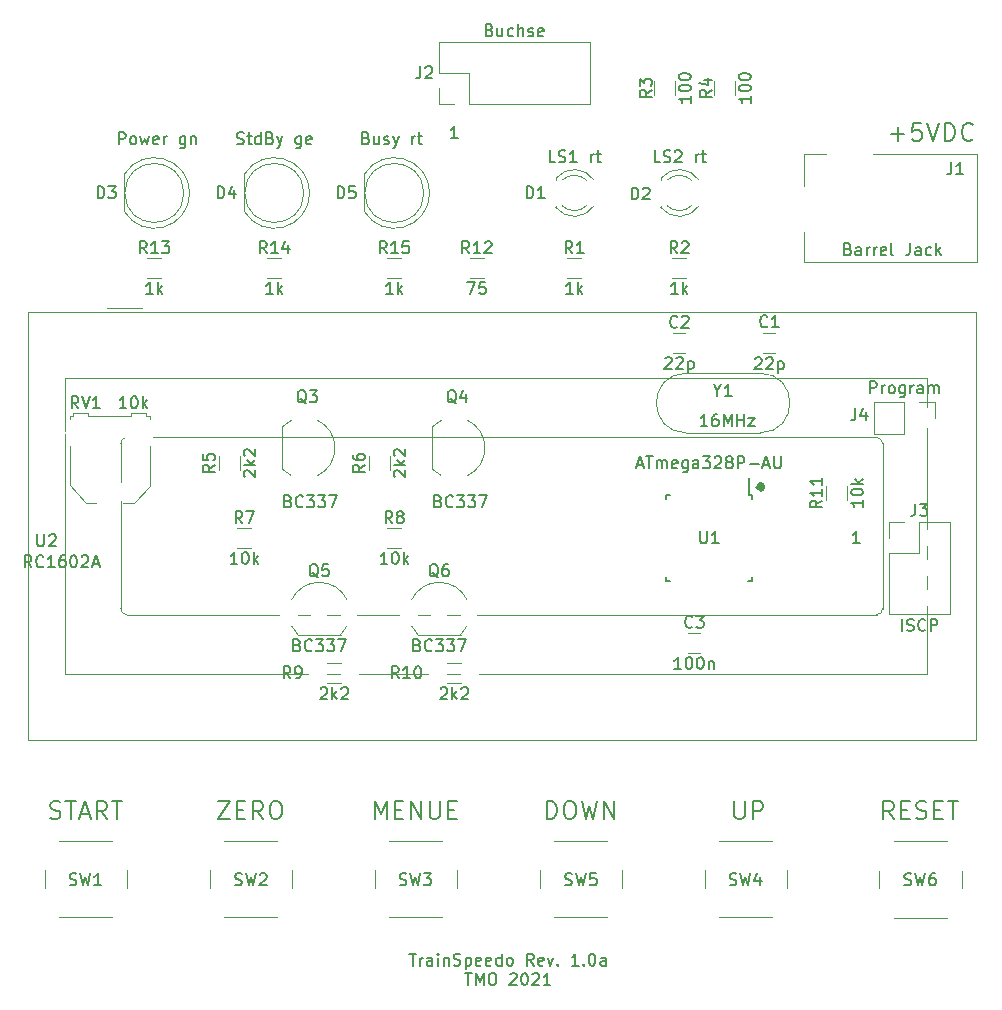
<source format=gto>
G04 #@! TF.GenerationSoftware,KiCad,Pcbnew,(5.1.10-1-10_14)*
G04 #@! TF.CreationDate,2022-01-06T13:36:13+01:00*
G04 #@! TF.ProjectId,TrainSpeedo,54726169-6e53-4706-9565-646f2e6b6963,1.0a*
G04 #@! TF.SameCoordinates,Original*
G04 #@! TF.FileFunction,Legend,Top*
G04 #@! TF.FilePolarity,Positive*
%FSLAX46Y46*%
G04 Gerber Fmt 4.6, Leading zero omitted, Abs format (unit mm)*
G04 Created by KiCad (PCBNEW (5.1.10-1-10_14)) date 2022-01-06 13:36:13*
%MOMM*%
%LPD*%
G01*
G04 APERTURE LIST*
%ADD10C,0.150000*%
%ADD11C,0.500000*%
%ADD12C,0.120000*%
%ADD13R,1.500000X1.250000*%
%ADD14C,1.800000*%
%ADD15R,1.800000X1.800000*%
%ADD16R,3.500000X3.500000*%
%ADD17O,1.700000X1.700000*%
%ADD18R,1.700000X1.700000*%
%ADD19R,1.500000X1.300000*%
%ADD20R,1.300000X1.500000*%
%ADD21C,2.000000*%
%ADD22C,1.500000*%
%ADD23R,1.600000X0.550000*%
%ADD24R,0.550000X1.600000*%
%ADD25R,1.520000X1.520000*%
%ADD26C,1.520000*%
%ADD27C,3.000000*%
%ADD28O,1.800000X2.600000*%
%ADD29R,1.800000X2.600000*%
%ADD30C,2.500000*%
%ADD31C,3.200000*%
G04 APERTURE END LIST*
D10*
X139985714Y-63952380D02*
X139414285Y-63952380D01*
X139700000Y-63952380D02*
X139700000Y-62952380D01*
X139604761Y-63095238D01*
X139509523Y-63190476D01*
X139414285Y-63238095D01*
X174021714Y-98242380D02*
X173450285Y-98242380D01*
X173736000Y-98242380D02*
X173736000Y-97242380D01*
X173640761Y-97385238D01*
X173545523Y-97480476D01*
X173450285Y-97528095D01*
X176657428Y-63607142D02*
X177800285Y-63607142D01*
X177228857Y-64178571D02*
X177228857Y-63035714D01*
X179228857Y-62678571D02*
X178514571Y-62678571D01*
X178443142Y-63392857D01*
X178514571Y-63321428D01*
X178657428Y-63250000D01*
X179014571Y-63250000D01*
X179157428Y-63321428D01*
X179228857Y-63392857D01*
X179300285Y-63535714D01*
X179300285Y-63892857D01*
X179228857Y-64035714D01*
X179157428Y-64107142D01*
X179014571Y-64178571D01*
X178657428Y-64178571D01*
X178514571Y-64107142D01*
X178443142Y-64035714D01*
X179728857Y-62678571D02*
X180228857Y-64178571D01*
X180728857Y-62678571D01*
X181228857Y-64178571D02*
X181228857Y-62678571D01*
X181586000Y-62678571D01*
X181800285Y-62750000D01*
X181943142Y-62892857D01*
X182014571Y-63035714D01*
X182086000Y-63321428D01*
X182086000Y-63535714D01*
X182014571Y-63821428D01*
X181943142Y-63964285D01*
X181800285Y-64107142D01*
X181586000Y-64178571D01*
X181228857Y-64178571D01*
X183586000Y-64035714D02*
X183514571Y-64107142D01*
X183300285Y-64178571D01*
X183157428Y-64178571D01*
X182943142Y-64107142D01*
X182800285Y-63964285D01*
X182728857Y-63821428D01*
X182657428Y-63535714D01*
X182657428Y-63321428D01*
X182728857Y-63035714D01*
X182800285Y-62892857D01*
X182943142Y-62750000D01*
X183157428Y-62678571D01*
X183300285Y-62678571D01*
X183514571Y-62750000D01*
X183586000Y-62821428D01*
X135891047Y-132993380D02*
X136462476Y-132993380D01*
X136176761Y-133993380D02*
X136176761Y-132993380D01*
X136795809Y-133993380D02*
X136795809Y-133326714D01*
X136795809Y-133517190D02*
X136843428Y-133421952D01*
X136891047Y-133374333D01*
X136986285Y-133326714D01*
X137081523Y-133326714D01*
X137843428Y-133993380D02*
X137843428Y-133469571D01*
X137795809Y-133374333D01*
X137700571Y-133326714D01*
X137510095Y-133326714D01*
X137414857Y-133374333D01*
X137843428Y-133945761D02*
X137748190Y-133993380D01*
X137510095Y-133993380D01*
X137414857Y-133945761D01*
X137367238Y-133850523D01*
X137367238Y-133755285D01*
X137414857Y-133660047D01*
X137510095Y-133612428D01*
X137748190Y-133612428D01*
X137843428Y-133564809D01*
X138319619Y-133993380D02*
X138319619Y-133326714D01*
X138319619Y-132993380D02*
X138272000Y-133041000D01*
X138319619Y-133088619D01*
X138367238Y-133041000D01*
X138319619Y-132993380D01*
X138319619Y-133088619D01*
X138795809Y-133326714D02*
X138795809Y-133993380D01*
X138795809Y-133421952D02*
X138843428Y-133374333D01*
X138938666Y-133326714D01*
X139081523Y-133326714D01*
X139176761Y-133374333D01*
X139224380Y-133469571D01*
X139224380Y-133993380D01*
X139652952Y-133945761D02*
X139795809Y-133993380D01*
X140033904Y-133993380D01*
X140129142Y-133945761D01*
X140176761Y-133898142D01*
X140224380Y-133802904D01*
X140224380Y-133707666D01*
X140176761Y-133612428D01*
X140129142Y-133564809D01*
X140033904Y-133517190D01*
X139843428Y-133469571D01*
X139748190Y-133421952D01*
X139700571Y-133374333D01*
X139652952Y-133279095D01*
X139652952Y-133183857D01*
X139700571Y-133088619D01*
X139748190Y-133041000D01*
X139843428Y-132993380D01*
X140081523Y-132993380D01*
X140224380Y-133041000D01*
X140652952Y-133326714D02*
X140652952Y-134326714D01*
X140652952Y-133374333D02*
X140748190Y-133326714D01*
X140938666Y-133326714D01*
X141033904Y-133374333D01*
X141081523Y-133421952D01*
X141129142Y-133517190D01*
X141129142Y-133802904D01*
X141081523Y-133898142D01*
X141033904Y-133945761D01*
X140938666Y-133993380D01*
X140748190Y-133993380D01*
X140652952Y-133945761D01*
X141938666Y-133945761D02*
X141843428Y-133993380D01*
X141652952Y-133993380D01*
X141557714Y-133945761D01*
X141510095Y-133850523D01*
X141510095Y-133469571D01*
X141557714Y-133374333D01*
X141652952Y-133326714D01*
X141843428Y-133326714D01*
X141938666Y-133374333D01*
X141986285Y-133469571D01*
X141986285Y-133564809D01*
X141510095Y-133660047D01*
X142795809Y-133945761D02*
X142700571Y-133993380D01*
X142510095Y-133993380D01*
X142414857Y-133945761D01*
X142367238Y-133850523D01*
X142367238Y-133469571D01*
X142414857Y-133374333D01*
X142510095Y-133326714D01*
X142700571Y-133326714D01*
X142795809Y-133374333D01*
X142843428Y-133469571D01*
X142843428Y-133564809D01*
X142367238Y-133660047D01*
X143700571Y-133993380D02*
X143700571Y-132993380D01*
X143700571Y-133945761D02*
X143605333Y-133993380D01*
X143414857Y-133993380D01*
X143319619Y-133945761D01*
X143272000Y-133898142D01*
X143224380Y-133802904D01*
X143224380Y-133517190D01*
X143272000Y-133421952D01*
X143319619Y-133374333D01*
X143414857Y-133326714D01*
X143605333Y-133326714D01*
X143700571Y-133374333D01*
X144319619Y-133993380D02*
X144224380Y-133945761D01*
X144176761Y-133898142D01*
X144129142Y-133802904D01*
X144129142Y-133517190D01*
X144176761Y-133421952D01*
X144224380Y-133374333D01*
X144319619Y-133326714D01*
X144462476Y-133326714D01*
X144557714Y-133374333D01*
X144605333Y-133421952D01*
X144652952Y-133517190D01*
X144652952Y-133802904D01*
X144605333Y-133898142D01*
X144557714Y-133945761D01*
X144462476Y-133993380D01*
X144319619Y-133993380D01*
X146414857Y-133993380D02*
X146081523Y-133517190D01*
X145843428Y-133993380D02*
X145843428Y-132993380D01*
X146224380Y-132993380D01*
X146319619Y-133041000D01*
X146367238Y-133088619D01*
X146414857Y-133183857D01*
X146414857Y-133326714D01*
X146367238Y-133421952D01*
X146319619Y-133469571D01*
X146224380Y-133517190D01*
X145843428Y-133517190D01*
X147224380Y-133945761D02*
X147129142Y-133993380D01*
X146938666Y-133993380D01*
X146843428Y-133945761D01*
X146795809Y-133850523D01*
X146795809Y-133469571D01*
X146843428Y-133374333D01*
X146938666Y-133326714D01*
X147129142Y-133326714D01*
X147224380Y-133374333D01*
X147272000Y-133469571D01*
X147272000Y-133564809D01*
X146795809Y-133660047D01*
X147605333Y-133326714D02*
X147843428Y-133993380D01*
X148081523Y-133326714D01*
X148462476Y-133898142D02*
X148510095Y-133945761D01*
X148462476Y-133993380D01*
X148414857Y-133945761D01*
X148462476Y-133898142D01*
X148462476Y-133993380D01*
X150224380Y-133993380D02*
X149652952Y-133993380D01*
X149938666Y-133993380D02*
X149938666Y-132993380D01*
X149843428Y-133136238D01*
X149748190Y-133231476D01*
X149652952Y-133279095D01*
X150652952Y-133898142D02*
X150700571Y-133945761D01*
X150652952Y-133993380D01*
X150605333Y-133945761D01*
X150652952Y-133898142D01*
X150652952Y-133993380D01*
X151319619Y-132993380D02*
X151414857Y-132993380D01*
X151510095Y-133041000D01*
X151557714Y-133088619D01*
X151605333Y-133183857D01*
X151652952Y-133374333D01*
X151652952Y-133612428D01*
X151605333Y-133802904D01*
X151557714Y-133898142D01*
X151510095Y-133945761D01*
X151414857Y-133993380D01*
X151319619Y-133993380D01*
X151224380Y-133945761D01*
X151176761Y-133898142D01*
X151129142Y-133802904D01*
X151081523Y-133612428D01*
X151081523Y-133374333D01*
X151129142Y-133183857D01*
X151176761Y-133088619D01*
X151224380Y-133041000D01*
X151319619Y-132993380D01*
X152510095Y-133993380D02*
X152510095Y-133469571D01*
X152462476Y-133374333D01*
X152367238Y-133326714D01*
X152176761Y-133326714D01*
X152081523Y-133374333D01*
X152510095Y-133945761D02*
X152414857Y-133993380D01*
X152176761Y-133993380D01*
X152081523Y-133945761D01*
X152033904Y-133850523D01*
X152033904Y-133755285D01*
X152081523Y-133660047D01*
X152176761Y-133612428D01*
X152414857Y-133612428D01*
X152510095Y-133564809D01*
X140605333Y-134643380D02*
X141176761Y-134643380D01*
X140891047Y-135643380D02*
X140891047Y-134643380D01*
X141510095Y-135643380D02*
X141510095Y-134643380D01*
X141843428Y-135357666D01*
X142176761Y-134643380D01*
X142176761Y-135643380D01*
X142843428Y-134643380D02*
X143033904Y-134643380D01*
X143129142Y-134691000D01*
X143224380Y-134786238D01*
X143272000Y-134976714D01*
X143272000Y-135310047D01*
X143224380Y-135500523D01*
X143129142Y-135595761D01*
X143033904Y-135643380D01*
X142843428Y-135643380D01*
X142748190Y-135595761D01*
X142652952Y-135500523D01*
X142605333Y-135310047D01*
X142605333Y-134976714D01*
X142652952Y-134786238D01*
X142748190Y-134691000D01*
X142843428Y-134643380D01*
X144414857Y-134738619D02*
X144462476Y-134691000D01*
X144557714Y-134643380D01*
X144795809Y-134643380D01*
X144891047Y-134691000D01*
X144938666Y-134738619D01*
X144986285Y-134833857D01*
X144986285Y-134929095D01*
X144938666Y-135071952D01*
X144367238Y-135643380D01*
X144986285Y-135643380D01*
X145605333Y-134643380D02*
X145700571Y-134643380D01*
X145795809Y-134691000D01*
X145843428Y-134738619D01*
X145891047Y-134833857D01*
X145938666Y-135024333D01*
X145938666Y-135262428D01*
X145891047Y-135452904D01*
X145843428Y-135548142D01*
X145795809Y-135595761D01*
X145700571Y-135643380D01*
X145605333Y-135643380D01*
X145510095Y-135595761D01*
X145462476Y-135548142D01*
X145414857Y-135452904D01*
X145367238Y-135262428D01*
X145367238Y-135024333D01*
X145414857Y-134833857D01*
X145462476Y-134738619D01*
X145510095Y-134691000D01*
X145605333Y-134643380D01*
X146319619Y-134738619D02*
X146367238Y-134691000D01*
X146462476Y-134643380D01*
X146700571Y-134643380D01*
X146795809Y-134691000D01*
X146843428Y-134738619D01*
X146891047Y-134833857D01*
X146891047Y-134929095D01*
X146843428Y-135071952D01*
X146272000Y-135643380D01*
X146891047Y-135643380D01*
X147843428Y-135643380D02*
X147272000Y-135643380D01*
X147557714Y-135643380D02*
X147557714Y-134643380D01*
X147462476Y-134786238D01*
X147367238Y-134881476D01*
X147272000Y-134929095D01*
D11*
X165787605Y-93472000D02*
G75*
G03*
X165787605Y-93472000I-179605J0D01*
G01*
D12*
X166870000Y-80430000D02*
X165870000Y-80430000D01*
X165870000Y-82130000D02*
X166870000Y-82130000D01*
X159250000Y-80430000D02*
X158250000Y-80430000D01*
X158250000Y-82130000D02*
X159250000Y-82130000D01*
X159520000Y-107530000D02*
X160520000Y-107530000D01*
X160520000Y-105830000D02*
X159520000Y-105830000D01*
X148300000Y-69660000D02*
X148300000Y-69816000D01*
X148300000Y-67344000D02*
X148300000Y-67500000D01*
X150901130Y-69659837D02*
G75*
G02*
X148819039Y-69660000I-1041130J1079837D01*
G01*
X150901130Y-67500163D02*
G75*
G03*
X148819039Y-67500000I-1041130J-1079837D01*
G01*
X151532335Y-69658608D02*
G75*
G02*
X148300000Y-69815516I-1672335J1078608D01*
G01*
X151532335Y-67501392D02*
G75*
G03*
X148300000Y-67344484I-1672335J-1078608D01*
G01*
X157190000Y-67344000D02*
X157190000Y-67500000D01*
X157190000Y-69660000D02*
X157190000Y-69816000D01*
X160422335Y-67501392D02*
G75*
G03*
X157190000Y-67344484I-1672335J-1078608D01*
G01*
X160422335Y-69658608D02*
G75*
G02*
X157190000Y-69815516I-1672335J1078608D01*
G01*
X159791130Y-67500163D02*
G75*
G03*
X157709039Y-67500000I-1041130J-1079837D01*
G01*
X159791130Y-69659837D02*
G75*
G02*
X157709039Y-69660000I-1041130J1079837D01*
G01*
X111740000Y-67035000D02*
X111740000Y-70125000D01*
X116800000Y-68580000D02*
G75*
G03*
X116800000Y-68580000I-2500000J0D01*
G01*
X117290000Y-68579538D02*
G75*
G02*
X111740000Y-70124830I-2990000J-462D01*
G01*
X117290000Y-68580462D02*
G75*
G03*
X111740000Y-67035170I-2990000J462D01*
G01*
X126960000Y-68580000D02*
G75*
G03*
X126960000Y-68580000I-2500000J0D01*
G01*
X121900000Y-67035000D02*
X121900000Y-70125000D01*
X127450000Y-68580462D02*
G75*
G03*
X121900000Y-67035170I-2990000J462D01*
G01*
X127450000Y-68579538D02*
G75*
G02*
X121900000Y-70124830I-2990000J-462D01*
G01*
X132060000Y-67035000D02*
X132060000Y-70125000D01*
X137120000Y-68580000D02*
G75*
G03*
X137120000Y-68580000I-2500000J0D01*
G01*
X137610000Y-68579538D02*
G75*
G02*
X132060000Y-70124830I-2990000J-462D01*
G01*
X137610000Y-68580462D02*
G75*
G03*
X132060000Y-67035170I-2990000J462D01*
G01*
X169280000Y-74450000D02*
X169280000Y-71850000D01*
X183980000Y-74450000D02*
X169280000Y-74450000D01*
X169280000Y-65250000D02*
X171180000Y-65250000D01*
X169280000Y-67950000D02*
X169280000Y-65250000D01*
X183980000Y-65250000D02*
X183980000Y-74450000D01*
X175180000Y-65250000D02*
X183980000Y-65250000D01*
X138370000Y-61020000D02*
X138370000Y-59690000D01*
X139700000Y-61020000D02*
X138370000Y-61020000D01*
X138370000Y-58420000D02*
X138370000Y-55820000D01*
X140970000Y-58420000D02*
X138370000Y-58420000D01*
X140970000Y-61020000D02*
X140970000Y-58420000D01*
X138370000Y-55820000D02*
X151190000Y-55820000D01*
X140970000Y-61020000D02*
X151190000Y-61020000D01*
X151190000Y-61020000D02*
X151190000Y-55820000D01*
X176470000Y-96460000D02*
X177800000Y-96460000D01*
X176470000Y-97790000D02*
X176470000Y-96460000D01*
X179070000Y-96460000D02*
X181670000Y-96460000D01*
X179070000Y-99060000D02*
X179070000Y-96460000D01*
X176470000Y-99060000D02*
X179070000Y-99060000D01*
X181670000Y-96460000D02*
X181670000Y-104200000D01*
X176470000Y-99060000D02*
X176470000Y-104200000D01*
X176470000Y-104200000D02*
X181670000Y-104200000D01*
X180400000Y-86300000D02*
X180400000Y-87630000D01*
X179070000Y-86300000D02*
X180400000Y-86300000D01*
X177800000Y-86300000D02*
X177800000Y-88960000D01*
X177800000Y-88960000D02*
X175200000Y-88960000D01*
X177800000Y-86300000D02*
X175200000Y-86300000D01*
X175200000Y-86300000D02*
X175200000Y-88960000D01*
X149260000Y-74050000D02*
X150460000Y-74050000D01*
X150460000Y-75810000D02*
X149260000Y-75810000D01*
X158150000Y-74050000D02*
X159350000Y-74050000D01*
X159350000Y-75810000D02*
X158150000Y-75810000D01*
X158360000Y-59090000D02*
X158360000Y-60290000D01*
X156600000Y-60290000D02*
X156600000Y-59090000D01*
X161680000Y-60290000D02*
X161680000Y-59090000D01*
X163440000Y-59090000D02*
X163440000Y-60290000D01*
X119770000Y-92040000D02*
X119770000Y-90840000D01*
X121530000Y-90840000D02*
X121530000Y-92040000D01*
X134230000Y-90840000D02*
X134230000Y-92040000D01*
X132470000Y-92040000D02*
X132470000Y-90840000D01*
X122520000Y-98670000D02*
X121320000Y-98670000D01*
X121320000Y-96910000D02*
X122520000Y-96910000D01*
X134020000Y-96910000D02*
X135220000Y-96910000D01*
X135220000Y-98670000D02*
X134020000Y-98670000D01*
X128940000Y-108340000D02*
X130140000Y-108340000D01*
X130140000Y-110100000D02*
X128940000Y-110100000D01*
X139100000Y-108340000D02*
X140300000Y-108340000D01*
X140300000Y-110100000D02*
X139100000Y-110100000D01*
X172965000Y-93380000D02*
X172965000Y-94580000D01*
X171205000Y-94580000D02*
X171205000Y-93380000D01*
X141005000Y-74050000D02*
X142205000Y-74050000D01*
X142205000Y-75810000D02*
X141005000Y-75810000D01*
X113700000Y-74050000D02*
X114900000Y-74050000D01*
X114900000Y-75810000D02*
X113700000Y-75810000D01*
X125060000Y-75810000D02*
X123860000Y-75810000D01*
X123860000Y-74050000D02*
X125060000Y-74050000D01*
X134020000Y-74050000D02*
X135220000Y-74050000D01*
X135220000Y-75810000D02*
X134020000Y-75810000D01*
X110760000Y-123405000D02*
X106260000Y-123405000D01*
X112010000Y-127405000D02*
X112010000Y-125905000D01*
X106260000Y-129905000D02*
X110760000Y-129905000D01*
X105010000Y-125905000D02*
X105010000Y-127405000D01*
X118980000Y-125905000D02*
X118980000Y-127405000D01*
X120230000Y-129905000D02*
X124730000Y-129905000D01*
X125980000Y-127405000D02*
X125980000Y-125905000D01*
X124730000Y-123405000D02*
X120230000Y-123405000D01*
X138700000Y-123405000D02*
X134200000Y-123405000D01*
X139950000Y-127405000D02*
X139950000Y-125905000D01*
X134200000Y-129905000D02*
X138700000Y-129905000D01*
X132950000Y-125905000D02*
X132950000Y-127405000D01*
X160890000Y-125905000D02*
X160890000Y-127405000D01*
X162140000Y-129905000D02*
X166640000Y-129905000D01*
X167890000Y-127405000D02*
X167890000Y-125905000D01*
X166640000Y-123405000D02*
X162140000Y-123405000D01*
X152670000Y-123405000D02*
X148170000Y-123405000D01*
X153920000Y-127405000D02*
X153920000Y-125905000D01*
X148170000Y-129905000D02*
X152670000Y-129905000D01*
X146920000Y-125905000D02*
X146920000Y-127405000D01*
X182645000Y-127460000D02*
X182645000Y-125960000D01*
X181395000Y-123460000D02*
X176895000Y-123460000D01*
X175645000Y-125960000D02*
X175645000Y-127460000D01*
X176895000Y-129960000D02*
X181395000Y-129960000D01*
X159335000Y-88885000D02*
X165585000Y-88885000D01*
X159335000Y-83835000D02*
X165585000Y-83835000D01*
X165585000Y-88885000D02*
G75*
G03*
X165585000Y-83835000I0J2525000D01*
G01*
X159335000Y-88885000D02*
G75*
G02*
X159335000Y-83835000I0J2525000D01*
G01*
D10*
X164915000Y-94165000D02*
X164690000Y-94165000D01*
X164915000Y-101415000D02*
X164590000Y-101415000D01*
X157665000Y-101415000D02*
X157990000Y-101415000D01*
X157665000Y-94165000D02*
X157990000Y-94165000D01*
X164915000Y-94165000D02*
X164915000Y-94490000D01*
X157665000Y-94165000D02*
X157665000Y-94490000D01*
X157665000Y-101415000D02*
X157665000Y-101090000D01*
X164915000Y-101415000D02*
X164915000Y-101090000D01*
X164690000Y-94165000D02*
X164690000Y-92740000D01*
D12*
X125150000Y-88370000D02*
X125150000Y-91970000D01*
X125877205Y-92494184D02*
G75*
G02*
X125150000Y-91970000I1122795J2324184D01*
G01*
X128098807Y-92526400D02*
G75*
G03*
X129600000Y-90170000I-1098807J2356400D01*
G01*
X128098807Y-87813600D02*
G75*
G02*
X129600000Y-90170000I-1098807J-2356400D01*
G01*
X125877205Y-87845816D02*
G75*
G03*
X125150000Y-88370000I1122795J-2324184D01*
G01*
X137850000Y-88370000D02*
X137850000Y-91970000D01*
X138577205Y-92494184D02*
G75*
G02*
X137850000Y-91970000I1122795J2324184D01*
G01*
X140798807Y-92526400D02*
G75*
G03*
X142300000Y-90170000I-1098807J2356400D01*
G01*
X140798807Y-87813600D02*
G75*
G02*
X142300000Y-90170000I-1098807J-2356400D01*
G01*
X138577205Y-87845816D02*
G75*
G03*
X137850000Y-88370000I1122795J-2324184D01*
G01*
X126470000Y-105990000D02*
X130070000Y-105990000D01*
X125945816Y-105262795D02*
G75*
G03*
X126470000Y-105990000I2324184J1122795D01*
G01*
X125913600Y-103041193D02*
G75*
G02*
X128270000Y-101540000I2356400J-1098807D01*
G01*
X130626400Y-103041193D02*
G75*
G03*
X128270000Y-101540000I-2356400J-1098807D01*
G01*
X130594184Y-105262795D02*
G75*
G02*
X130070000Y-105990000I-2324184J1122795D01*
G01*
X136630000Y-105990000D02*
X140230000Y-105990000D01*
X136105816Y-105262795D02*
G75*
G03*
X136630000Y-105990000I2324184J1122795D01*
G01*
X136073600Y-103041193D02*
G75*
G02*
X138430000Y-101540000I2356400J-1098807D01*
G01*
X140786400Y-103041193D02*
G75*
G03*
X138430000Y-101540000I-2356400J-1098807D01*
G01*
X140754184Y-105262795D02*
G75*
G02*
X140230000Y-105990000I-2324184J1122795D01*
G01*
X106760000Y-109280000D02*
X106760000Y-84280000D01*
X179760000Y-109280000D02*
X106760000Y-109280000D01*
X179760000Y-84280000D02*
X179760000Y-109280000D01*
X106760000Y-84280000D02*
X179760000Y-84280000D01*
X175960000Y-89780000D02*
X175960000Y-103780000D01*
X175460660Y-104280000D02*
X111960000Y-104280000D01*
X111460280Y-103779320D02*
X111460280Y-89780000D01*
X111960000Y-89280000D02*
X175460000Y-89280000D01*
X110260000Y-78280000D02*
X113260000Y-78280000D01*
X103630000Y-78640000D02*
X104420000Y-78640000D01*
X103620000Y-78640000D02*
X103620000Y-114920000D01*
X183900000Y-78640000D02*
X104420000Y-78640000D01*
X183900000Y-114920000D02*
X183900000Y-78640000D01*
X103620000Y-114920000D02*
X183900000Y-114920000D01*
X111960660Y-89278460D02*
G75*
G03*
X111460280Y-89778840I0J-500380D01*
G01*
X111460280Y-103779320D02*
G75*
G03*
X111960660Y-104279700I500380J0D01*
G01*
X175460660Y-104279700D02*
G75*
G03*
X175961040Y-103779320I0J500380D01*
G01*
X175960000Y-89780000D02*
G75*
G03*
X175460000Y-89280000I-500000J0D01*
G01*
X107180000Y-87750000D02*
X107180000Y-87500000D01*
X107180000Y-87500000D02*
X107430000Y-87500000D01*
X107430000Y-87500000D02*
X107430000Y-87250000D01*
X107430000Y-87250000D02*
X108680000Y-87250000D01*
X108680000Y-87250000D02*
X108680000Y-87500000D01*
X108680000Y-87500000D02*
X112330000Y-87500000D01*
X112330000Y-87500000D02*
X112330000Y-87250000D01*
X112330000Y-87250000D02*
X113630000Y-87250000D01*
X113630000Y-87250000D02*
X113630000Y-87500000D01*
X113630000Y-87500000D02*
X113930000Y-87500000D01*
X113930000Y-87500000D02*
X113930000Y-87750000D01*
X109380000Y-94800000D02*
X108480000Y-94800000D01*
X108480000Y-94800000D02*
X107130000Y-93300000D01*
X107130000Y-93300000D02*
X107130000Y-90000000D01*
X113930000Y-90000000D02*
X113930000Y-93350000D01*
X113930000Y-93350000D02*
X112580000Y-94800000D01*
X112580000Y-94800000D02*
X111680000Y-94800000D01*
D10*
X166203333Y-79859142D02*
X166155714Y-79906761D01*
X166012857Y-79954380D01*
X165917619Y-79954380D01*
X165774761Y-79906761D01*
X165679523Y-79811523D01*
X165631904Y-79716285D01*
X165584285Y-79525809D01*
X165584285Y-79382952D01*
X165631904Y-79192476D01*
X165679523Y-79097238D01*
X165774761Y-79002000D01*
X165917619Y-78954380D01*
X166012857Y-78954380D01*
X166155714Y-79002000D01*
X166203333Y-79049619D01*
X167155714Y-79954380D02*
X166584285Y-79954380D01*
X166870000Y-79954380D02*
X166870000Y-78954380D01*
X166774761Y-79097238D01*
X166679523Y-79192476D01*
X166584285Y-79240095D01*
X165155714Y-82605619D02*
X165203333Y-82558000D01*
X165298571Y-82510380D01*
X165536666Y-82510380D01*
X165631904Y-82558000D01*
X165679523Y-82605619D01*
X165727142Y-82700857D01*
X165727142Y-82796095D01*
X165679523Y-82938952D01*
X165108095Y-83510380D01*
X165727142Y-83510380D01*
X166108095Y-82605619D02*
X166155714Y-82558000D01*
X166250952Y-82510380D01*
X166489047Y-82510380D01*
X166584285Y-82558000D01*
X166631904Y-82605619D01*
X166679523Y-82700857D01*
X166679523Y-82796095D01*
X166631904Y-82938952D01*
X166060476Y-83510380D01*
X166679523Y-83510380D01*
X167108095Y-82843714D02*
X167108095Y-83843714D01*
X167108095Y-82891333D02*
X167203333Y-82843714D01*
X167393809Y-82843714D01*
X167489047Y-82891333D01*
X167536666Y-82938952D01*
X167584285Y-83034190D01*
X167584285Y-83319904D01*
X167536666Y-83415142D01*
X167489047Y-83462761D01*
X167393809Y-83510380D01*
X167203333Y-83510380D01*
X167108095Y-83462761D01*
X158583333Y-79887142D02*
X158535714Y-79934761D01*
X158392857Y-79982380D01*
X158297619Y-79982380D01*
X158154761Y-79934761D01*
X158059523Y-79839523D01*
X158011904Y-79744285D01*
X157964285Y-79553809D01*
X157964285Y-79410952D01*
X158011904Y-79220476D01*
X158059523Y-79125238D01*
X158154761Y-79030000D01*
X158297619Y-78982380D01*
X158392857Y-78982380D01*
X158535714Y-79030000D01*
X158583333Y-79077619D01*
X158964285Y-79077619D02*
X159011904Y-79030000D01*
X159107142Y-78982380D01*
X159345238Y-78982380D01*
X159440476Y-79030000D01*
X159488095Y-79077619D01*
X159535714Y-79172857D01*
X159535714Y-79268095D01*
X159488095Y-79410952D01*
X158916666Y-79982380D01*
X159535714Y-79982380D01*
X157535714Y-82577619D02*
X157583333Y-82530000D01*
X157678571Y-82482380D01*
X157916666Y-82482380D01*
X158011904Y-82530000D01*
X158059523Y-82577619D01*
X158107142Y-82672857D01*
X158107142Y-82768095D01*
X158059523Y-82910952D01*
X157488095Y-83482380D01*
X158107142Y-83482380D01*
X158488095Y-82577619D02*
X158535714Y-82530000D01*
X158630952Y-82482380D01*
X158869047Y-82482380D01*
X158964285Y-82530000D01*
X159011904Y-82577619D01*
X159059523Y-82672857D01*
X159059523Y-82768095D01*
X159011904Y-82910952D01*
X158440476Y-83482380D01*
X159059523Y-83482380D01*
X159488095Y-82815714D02*
X159488095Y-83815714D01*
X159488095Y-82863333D02*
X159583333Y-82815714D01*
X159773809Y-82815714D01*
X159869047Y-82863333D01*
X159916666Y-82910952D01*
X159964285Y-83006190D01*
X159964285Y-83291904D01*
X159916666Y-83387142D01*
X159869047Y-83434761D01*
X159773809Y-83482380D01*
X159583333Y-83482380D01*
X159488095Y-83434761D01*
X159853333Y-105287142D02*
X159805714Y-105334761D01*
X159662857Y-105382380D01*
X159567619Y-105382380D01*
X159424761Y-105334761D01*
X159329523Y-105239523D01*
X159281904Y-105144285D01*
X159234285Y-104953809D01*
X159234285Y-104810952D01*
X159281904Y-104620476D01*
X159329523Y-104525238D01*
X159424761Y-104430000D01*
X159567619Y-104382380D01*
X159662857Y-104382380D01*
X159805714Y-104430000D01*
X159853333Y-104477619D01*
X160186666Y-104382380D02*
X160805714Y-104382380D01*
X160472380Y-104763333D01*
X160615238Y-104763333D01*
X160710476Y-104810952D01*
X160758095Y-104858571D01*
X160805714Y-104953809D01*
X160805714Y-105191904D01*
X160758095Y-105287142D01*
X160710476Y-105334761D01*
X160615238Y-105382380D01*
X160329523Y-105382380D01*
X160234285Y-105334761D01*
X160186666Y-105287142D01*
X158900952Y-108882380D02*
X158329523Y-108882380D01*
X158615238Y-108882380D02*
X158615238Y-107882380D01*
X158520000Y-108025238D01*
X158424761Y-108120476D01*
X158329523Y-108168095D01*
X159520000Y-107882380D02*
X159615238Y-107882380D01*
X159710476Y-107930000D01*
X159758095Y-107977619D01*
X159805714Y-108072857D01*
X159853333Y-108263333D01*
X159853333Y-108501428D01*
X159805714Y-108691904D01*
X159758095Y-108787142D01*
X159710476Y-108834761D01*
X159615238Y-108882380D01*
X159520000Y-108882380D01*
X159424761Y-108834761D01*
X159377142Y-108787142D01*
X159329523Y-108691904D01*
X159281904Y-108501428D01*
X159281904Y-108263333D01*
X159329523Y-108072857D01*
X159377142Y-107977619D01*
X159424761Y-107930000D01*
X159520000Y-107882380D01*
X160472380Y-107882380D02*
X160567619Y-107882380D01*
X160662857Y-107930000D01*
X160710476Y-107977619D01*
X160758095Y-108072857D01*
X160805714Y-108263333D01*
X160805714Y-108501428D01*
X160758095Y-108691904D01*
X160710476Y-108787142D01*
X160662857Y-108834761D01*
X160567619Y-108882380D01*
X160472380Y-108882380D01*
X160377142Y-108834761D01*
X160329523Y-108787142D01*
X160281904Y-108691904D01*
X160234285Y-108501428D01*
X160234285Y-108263333D01*
X160281904Y-108072857D01*
X160329523Y-107977619D01*
X160377142Y-107930000D01*
X160472380Y-107882380D01*
X161234285Y-108215714D02*
X161234285Y-108882380D01*
X161234285Y-108310952D02*
X161281904Y-108263333D01*
X161377142Y-108215714D01*
X161520000Y-108215714D01*
X161615238Y-108263333D01*
X161662857Y-108358571D01*
X161662857Y-108882380D01*
X145819904Y-69032380D02*
X145819904Y-68032380D01*
X146058000Y-68032380D01*
X146200857Y-68080000D01*
X146296095Y-68175238D01*
X146343714Y-68270476D01*
X146391333Y-68460952D01*
X146391333Y-68603809D01*
X146343714Y-68794285D01*
X146296095Y-68889523D01*
X146200857Y-68984761D01*
X146058000Y-69032380D01*
X145819904Y-69032380D01*
X147343714Y-69032380D02*
X146772285Y-69032380D01*
X147058000Y-69032380D02*
X147058000Y-68032380D01*
X146962761Y-68175238D01*
X146867523Y-68270476D01*
X146772285Y-68318095D01*
X148240952Y-65984380D02*
X147764761Y-65984380D01*
X147764761Y-64984380D01*
X148526666Y-65936761D02*
X148669523Y-65984380D01*
X148907619Y-65984380D01*
X149002857Y-65936761D01*
X149050476Y-65889142D01*
X149098095Y-65793904D01*
X149098095Y-65698666D01*
X149050476Y-65603428D01*
X149002857Y-65555809D01*
X148907619Y-65508190D01*
X148717142Y-65460571D01*
X148621904Y-65412952D01*
X148574285Y-65365333D01*
X148526666Y-65270095D01*
X148526666Y-65174857D01*
X148574285Y-65079619D01*
X148621904Y-65032000D01*
X148717142Y-64984380D01*
X148955238Y-64984380D01*
X149098095Y-65032000D01*
X150050476Y-65984380D02*
X149479047Y-65984380D01*
X149764761Y-65984380D02*
X149764761Y-64984380D01*
X149669523Y-65127238D01*
X149574285Y-65222476D01*
X149479047Y-65270095D01*
X151240952Y-65984380D02*
X151240952Y-65317714D01*
X151240952Y-65508190D02*
X151288571Y-65412952D01*
X151336190Y-65365333D01*
X151431428Y-65317714D01*
X151526666Y-65317714D01*
X151717142Y-65317714D02*
X152098095Y-65317714D01*
X151860000Y-64984380D02*
X151860000Y-65841523D01*
X151907619Y-65936761D01*
X152002857Y-65984380D01*
X152098095Y-65984380D01*
X154709904Y-69120380D02*
X154709904Y-68120380D01*
X154948000Y-68120380D01*
X155090857Y-68168000D01*
X155186095Y-68263238D01*
X155233714Y-68358476D01*
X155281333Y-68548952D01*
X155281333Y-68691809D01*
X155233714Y-68882285D01*
X155186095Y-68977523D01*
X155090857Y-69072761D01*
X154948000Y-69120380D01*
X154709904Y-69120380D01*
X155662285Y-68215619D02*
X155709904Y-68168000D01*
X155805142Y-68120380D01*
X156043238Y-68120380D01*
X156138476Y-68168000D01*
X156186095Y-68215619D01*
X156233714Y-68310857D01*
X156233714Y-68406095D01*
X156186095Y-68548952D01*
X155614666Y-69120380D01*
X156233714Y-69120380D01*
X157130952Y-65984380D02*
X156654761Y-65984380D01*
X156654761Y-64984380D01*
X157416666Y-65936761D02*
X157559523Y-65984380D01*
X157797619Y-65984380D01*
X157892857Y-65936761D01*
X157940476Y-65889142D01*
X157988095Y-65793904D01*
X157988095Y-65698666D01*
X157940476Y-65603428D01*
X157892857Y-65555809D01*
X157797619Y-65508190D01*
X157607142Y-65460571D01*
X157511904Y-65412952D01*
X157464285Y-65365333D01*
X157416666Y-65270095D01*
X157416666Y-65174857D01*
X157464285Y-65079619D01*
X157511904Y-65032000D01*
X157607142Y-64984380D01*
X157845238Y-64984380D01*
X157988095Y-65032000D01*
X158369047Y-65079619D02*
X158416666Y-65032000D01*
X158511904Y-64984380D01*
X158750000Y-64984380D01*
X158845238Y-65032000D01*
X158892857Y-65079619D01*
X158940476Y-65174857D01*
X158940476Y-65270095D01*
X158892857Y-65412952D01*
X158321428Y-65984380D01*
X158940476Y-65984380D01*
X160130952Y-65984380D02*
X160130952Y-65317714D01*
X160130952Y-65508190D02*
X160178571Y-65412952D01*
X160226190Y-65365333D01*
X160321428Y-65317714D01*
X160416666Y-65317714D01*
X160607142Y-65317714D02*
X160988095Y-65317714D01*
X160750000Y-64984380D02*
X160750000Y-65841523D01*
X160797619Y-65936761D01*
X160892857Y-65984380D01*
X160988095Y-65984380D01*
X109497904Y-69032380D02*
X109497904Y-68032380D01*
X109736000Y-68032380D01*
X109878857Y-68080000D01*
X109974095Y-68175238D01*
X110021714Y-68270476D01*
X110069333Y-68460952D01*
X110069333Y-68603809D01*
X110021714Y-68794285D01*
X109974095Y-68889523D01*
X109878857Y-68984761D01*
X109736000Y-69032380D01*
X109497904Y-69032380D01*
X110402666Y-68032380D02*
X111021714Y-68032380D01*
X110688380Y-68413333D01*
X110831238Y-68413333D01*
X110926476Y-68460952D01*
X110974095Y-68508571D01*
X111021714Y-68603809D01*
X111021714Y-68841904D01*
X110974095Y-68937142D01*
X110926476Y-68984761D01*
X110831238Y-69032380D01*
X110545523Y-69032380D01*
X110450285Y-68984761D01*
X110402666Y-68937142D01*
X111292095Y-64460380D02*
X111292095Y-63460380D01*
X111673047Y-63460380D01*
X111768285Y-63508000D01*
X111815904Y-63555619D01*
X111863523Y-63650857D01*
X111863523Y-63793714D01*
X111815904Y-63888952D01*
X111768285Y-63936571D01*
X111673047Y-63984190D01*
X111292095Y-63984190D01*
X112434952Y-64460380D02*
X112339714Y-64412761D01*
X112292095Y-64365142D01*
X112244476Y-64269904D01*
X112244476Y-63984190D01*
X112292095Y-63888952D01*
X112339714Y-63841333D01*
X112434952Y-63793714D01*
X112577809Y-63793714D01*
X112673047Y-63841333D01*
X112720666Y-63888952D01*
X112768285Y-63984190D01*
X112768285Y-64269904D01*
X112720666Y-64365142D01*
X112673047Y-64412761D01*
X112577809Y-64460380D01*
X112434952Y-64460380D01*
X113101619Y-63793714D02*
X113292095Y-64460380D01*
X113482571Y-63984190D01*
X113673047Y-64460380D01*
X113863523Y-63793714D01*
X114625428Y-64412761D02*
X114530190Y-64460380D01*
X114339714Y-64460380D01*
X114244476Y-64412761D01*
X114196857Y-64317523D01*
X114196857Y-63936571D01*
X114244476Y-63841333D01*
X114339714Y-63793714D01*
X114530190Y-63793714D01*
X114625428Y-63841333D01*
X114673047Y-63936571D01*
X114673047Y-64031809D01*
X114196857Y-64127047D01*
X115101619Y-64460380D02*
X115101619Y-63793714D01*
X115101619Y-63984190D02*
X115149238Y-63888952D01*
X115196857Y-63841333D01*
X115292095Y-63793714D01*
X115387333Y-63793714D01*
X116911142Y-63793714D02*
X116911142Y-64603238D01*
X116863523Y-64698476D01*
X116815904Y-64746095D01*
X116720666Y-64793714D01*
X116577809Y-64793714D01*
X116482571Y-64746095D01*
X116911142Y-64412761D02*
X116815904Y-64460380D01*
X116625428Y-64460380D01*
X116530190Y-64412761D01*
X116482571Y-64365142D01*
X116434952Y-64269904D01*
X116434952Y-63984190D01*
X116482571Y-63888952D01*
X116530190Y-63841333D01*
X116625428Y-63793714D01*
X116815904Y-63793714D01*
X116911142Y-63841333D01*
X117387333Y-63793714D02*
X117387333Y-64460380D01*
X117387333Y-63888952D02*
X117434952Y-63841333D01*
X117530190Y-63793714D01*
X117673047Y-63793714D01*
X117768285Y-63841333D01*
X117815904Y-63936571D01*
X117815904Y-64460380D01*
X119657904Y-69032380D02*
X119657904Y-68032380D01*
X119896000Y-68032380D01*
X120038857Y-68080000D01*
X120134095Y-68175238D01*
X120181714Y-68270476D01*
X120229333Y-68460952D01*
X120229333Y-68603809D01*
X120181714Y-68794285D01*
X120134095Y-68889523D01*
X120038857Y-68984761D01*
X119896000Y-69032380D01*
X119657904Y-69032380D01*
X121086476Y-68365714D02*
X121086476Y-69032380D01*
X120848380Y-67984761D02*
X120610285Y-68699047D01*
X121229333Y-68699047D01*
X121293333Y-64412761D02*
X121436190Y-64460380D01*
X121674285Y-64460380D01*
X121769523Y-64412761D01*
X121817142Y-64365142D01*
X121864761Y-64269904D01*
X121864761Y-64174666D01*
X121817142Y-64079428D01*
X121769523Y-64031809D01*
X121674285Y-63984190D01*
X121483809Y-63936571D01*
X121388571Y-63888952D01*
X121340952Y-63841333D01*
X121293333Y-63746095D01*
X121293333Y-63650857D01*
X121340952Y-63555619D01*
X121388571Y-63508000D01*
X121483809Y-63460380D01*
X121721904Y-63460380D01*
X121864761Y-63508000D01*
X122150476Y-63793714D02*
X122531428Y-63793714D01*
X122293333Y-63460380D02*
X122293333Y-64317523D01*
X122340952Y-64412761D01*
X122436190Y-64460380D01*
X122531428Y-64460380D01*
X123293333Y-64460380D02*
X123293333Y-63460380D01*
X123293333Y-64412761D02*
X123198095Y-64460380D01*
X123007619Y-64460380D01*
X122912380Y-64412761D01*
X122864761Y-64365142D01*
X122817142Y-64269904D01*
X122817142Y-63984190D01*
X122864761Y-63888952D01*
X122912380Y-63841333D01*
X123007619Y-63793714D01*
X123198095Y-63793714D01*
X123293333Y-63841333D01*
X124102857Y-63936571D02*
X124245714Y-63984190D01*
X124293333Y-64031809D01*
X124340952Y-64127047D01*
X124340952Y-64269904D01*
X124293333Y-64365142D01*
X124245714Y-64412761D01*
X124150476Y-64460380D01*
X123769523Y-64460380D01*
X123769523Y-63460380D01*
X124102857Y-63460380D01*
X124198095Y-63508000D01*
X124245714Y-63555619D01*
X124293333Y-63650857D01*
X124293333Y-63746095D01*
X124245714Y-63841333D01*
X124198095Y-63888952D01*
X124102857Y-63936571D01*
X123769523Y-63936571D01*
X124674285Y-63793714D02*
X124912380Y-64460380D01*
X125150476Y-63793714D02*
X124912380Y-64460380D01*
X124817142Y-64698476D01*
X124769523Y-64746095D01*
X124674285Y-64793714D01*
X126721904Y-63793714D02*
X126721904Y-64603238D01*
X126674285Y-64698476D01*
X126626666Y-64746095D01*
X126531428Y-64793714D01*
X126388571Y-64793714D01*
X126293333Y-64746095D01*
X126721904Y-64412761D02*
X126626666Y-64460380D01*
X126436190Y-64460380D01*
X126340952Y-64412761D01*
X126293333Y-64365142D01*
X126245714Y-64269904D01*
X126245714Y-63984190D01*
X126293333Y-63888952D01*
X126340952Y-63841333D01*
X126436190Y-63793714D01*
X126626666Y-63793714D01*
X126721904Y-63841333D01*
X127579047Y-64412761D02*
X127483809Y-64460380D01*
X127293333Y-64460380D01*
X127198095Y-64412761D01*
X127150476Y-64317523D01*
X127150476Y-63936571D01*
X127198095Y-63841333D01*
X127293333Y-63793714D01*
X127483809Y-63793714D01*
X127579047Y-63841333D01*
X127626666Y-63936571D01*
X127626666Y-64031809D01*
X127150476Y-64127047D01*
X129817904Y-69032380D02*
X129817904Y-68032380D01*
X130056000Y-68032380D01*
X130198857Y-68080000D01*
X130294095Y-68175238D01*
X130341714Y-68270476D01*
X130389333Y-68460952D01*
X130389333Y-68603809D01*
X130341714Y-68794285D01*
X130294095Y-68889523D01*
X130198857Y-68984761D01*
X130056000Y-69032380D01*
X129817904Y-69032380D01*
X131294095Y-68032380D02*
X130817904Y-68032380D01*
X130770285Y-68508571D01*
X130817904Y-68460952D01*
X130913142Y-68413333D01*
X131151238Y-68413333D01*
X131246476Y-68460952D01*
X131294095Y-68508571D01*
X131341714Y-68603809D01*
X131341714Y-68841904D01*
X131294095Y-68937142D01*
X131246476Y-68984761D01*
X131151238Y-69032380D01*
X130913142Y-69032380D01*
X130817904Y-68984761D01*
X130770285Y-68937142D01*
X132223142Y-63936571D02*
X132366000Y-63984190D01*
X132413619Y-64031809D01*
X132461238Y-64127047D01*
X132461238Y-64269904D01*
X132413619Y-64365142D01*
X132366000Y-64412761D01*
X132270761Y-64460380D01*
X131889809Y-64460380D01*
X131889809Y-63460380D01*
X132223142Y-63460380D01*
X132318380Y-63508000D01*
X132366000Y-63555619D01*
X132413619Y-63650857D01*
X132413619Y-63746095D01*
X132366000Y-63841333D01*
X132318380Y-63888952D01*
X132223142Y-63936571D01*
X131889809Y-63936571D01*
X133318380Y-63793714D02*
X133318380Y-64460380D01*
X132889809Y-63793714D02*
X132889809Y-64317523D01*
X132937428Y-64412761D01*
X133032666Y-64460380D01*
X133175523Y-64460380D01*
X133270761Y-64412761D01*
X133318380Y-64365142D01*
X133746952Y-64412761D02*
X133842190Y-64460380D01*
X134032666Y-64460380D01*
X134127904Y-64412761D01*
X134175523Y-64317523D01*
X134175523Y-64269904D01*
X134127904Y-64174666D01*
X134032666Y-64127047D01*
X133889809Y-64127047D01*
X133794571Y-64079428D01*
X133746952Y-63984190D01*
X133746952Y-63936571D01*
X133794571Y-63841333D01*
X133889809Y-63793714D01*
X134032666Y-63793714D01*
X134127904Y-63841333D01*
X134508857Y-63793714D02*
X134746952Y-64460380D01*
X134985047Y-63793714D02*
X134746952Y-64460380D01*
X134651714Y-64698476D01*
X134604095Y-64746095D01*
X134508857Y-64793714D01*
X136127904Y-64460380D02*
X136127904Y-63793714D01*
X136127904Y-63984190D02*
X136175523Y-63888952D01*
X136223142Y-63841333D01*
X136318380Y-63793714D01*
X136413619Y-63793714D01*
X136604095Y-63793714D02*
X136985047Y-63793714D01*
X136746952Y-63460380D02*
X136746952Y-64317523D01*
X136794571Y-64412761D01*
X136889809Y-64460380D01*
X136985047Y-64460380D01*
X181784666Y-66000380D02*
X181784666Y-66714666D01*
X181737047Y-66857523D01*
X181641809Y-66952761D01*
X181498952Y-67000380D01*
X181403714Y-67000380D01*
X182784666Y-67000380D02*
X182213238Y-67000380D01*
X182498952Y-67000380D02*
X182498952Y-66000380D01*
X182403714Y-66143238D01*
X182308476Y-66238476D01*
X182213238Y-66286095D01*
X173045904Y-73334571D02*
X173188761Y-73382190D01*
X173236380Y-73429809D01*
X173284000Y-73525047D01*
X173284000Y-73667904D01*
X173236380Y-73763142D01*
X173188761Y-73810761D01*
X173093523Y-73858380D01*
X172712571Y-73858380D01*
X172712571Y-72858380D01*
X173045904Y-72858380D01*
X173141142Y-72906000D01*
X173188761Y-72953619D01*
X173236380Y-73048857D01*
X173236380Y-73144095D01*
X173188761Y-73239333D01*
X173141142Y-73286952D01*
X173045904Y-73334571D01*
X172712571Y-73334571D01*
X174141142Y-73858380D02*
X174141142Y-73334571D01*
X174093523Y-73239333D01*
X173998285Y-73191714D01*
X173807809Y-73191714D01*
X173712571Y-73239333D01*
X174141142Y-73810761D02*
X174045904Y-73858380D01*
X173807809Y-73858380D01*
X173712571Y-73810761D01*
X173664952Y-73715523D01*
X173664952Y-73620285D01*
X173712571Y-73525047D01*
X173807809Y-73477428D01*
X174045904Y-73477428D01*
X174141142Y-73429809D01*
X174617333Y-73858380D02*
X174617333Y-73191714D01*
X174617333Y-73382190D02*
X174664952Y-73286952D01*
X174712571Y-73239333D01*
X174807809Y-73191714D01*
X174903047Y-73191714D01*
X175236380Y-73858380D02*
X175236380Y-73191714D01*
X175236380Y-73382190D02*
X175284000Y-73286952D01*
X175331619Y-73239333D01*
X175426857Y-73191714D01*
X175522095Y-73191714D01*
X176236380Y-73810761D02*
X176141142Y-73858380D01*
X175950666Y-73858380D01*
X175855428Y-73810761D01*
X175807809Y-73715523D01*
X175807809Y-73334571D01*
X175855428Y-73239333D01*
X175950666Y-73191714D01*
X176141142Y-73191714D01*
X176236380Y-73239333D01*
X176284000Y-73334571D01*
X176284000Y-73429809D01*
X175807809Y-73525047D01*
X176855428Y-73858380D02*
X176760190Y-73810761D01*
X176712571Y-73715523D01*
X176712571Y-72858380D01*
X178284000Y-72858380D02*
X178284000Y-73572666D01*
X178236380Y-73715523D01*
X178141142Y-73810761D01*
X177998285Y-73858380D01*
X177903047Y-73858380D01*
X179188761Y-73858380D02*
X179188761Y-73334571D01*
X179141142Y-73239333D01*
X179045904Y-73191714D01*
X178855428Y-73191714D01*
X178760190Y-73239333D01*
X179188761Y-73810761D02*
X179093523Y-73858380D01*
X178855428Y-73858380D01*
X178760190Y-73810761D01*
X178712571Y-73715523D01*
X178712571Y-73620285D01*
X178760190Y-73525047D01*
X178855428Y-73477428D01*
X179093523Y-73477428D01*
X179188761Y-73429809D01*
X180093523Y-73810761D02*
X179998285Y-73858380D01*
X179807809Y-73858380D01*
X179712571Y-73810761D01*
X179664952Y-73763142D01*
X179617333Y-73667904D01*
X179617333Y-73382190D01*
X179664952Y-73286952D01*
X179712571Y-73239333D01*
X179807809Y-73191714D01*
X179998285Y-73191714D01*
X180093523Y-73239333D01*
X180522095Y-73858380D02*
X180522095Y-72858380D01*
X180617333Y-73477428D02*
X180903047Y-73858380D01*
X180903047Y-73191714D02*
X180522095Y-73572666D01*
X136826666Y-57872380D02*
X136826666Y-58586666D01*
X136779047Y-58729523D01*
X136683809Y-58824761D01*
X136540952Y-58872380D01*
X136445714Y-58872380D01*
X137255238Y-57967619D02*
X137302857Y-57920000D01*
X137398095Y-57872380D01*
X137636190Y-57872380D01*
X137731428Y-57920000D01*
X137779047Y-57967619D01*
X137826666Y-58062857D01*
X137826666Y-58158095D01*
X137779047Y-58300952D01*
X137207619Y-58872380D01*
X137826666Y-58872380D01*
X142684761Y-54792571D02*
X142827619Y-54840190D01*
X142875238Y-54887809D01*
X142922857Y-54983047D01*
X142922857Y-55125904D01*
X142875238Y-55221142D01*
X142827619Y-55268761D01*
X142732380Y-55316380D01*
X142351428Y-55316380D01*
X142351428Y-54316380D01*
X142684761Y-54316380D01*
X142780000Y-54364000D01*
X142827619Y-54411619D01*
X142875238Y-54506857D01*
X142875238Y-54602095D01*
X142827619Y-54697333D01*
X142780000Y-54744952D01*
X142684761Y-54792571D01*
X142351428Y-54792571D01*
X143780000Y-54649714D02*
X143780000Y-55316380D01*
X143351428Y-54649714D02*
X143351428Y-55173523D01*
X143399047Y-55268761D01*
X143494285Y-55316380D01*
X143637142Y-55316380D01*
X143732380Y-55268761D01*
X143780000Y-55221142D01*
X144684761Y-55268761D02*
X144589523Y-55316380D01*
X144399047Y-55316380D01*
X144303809Y-55268761D01*
X144256190Y-55221142D01*
X144208571Y-55125904D01*
X144208571Y-54840190D01*
X144256190Y-54744952D01*
X144303809Y-54697333D01*
X144399047Y-54649714D01*
X144589523Y-54649714D01*
X144684761Y-54697333D01*
X145113333Y-55316380D02*
X145113333Y-54316380D01*
X145541904Y-55316380D02*
X145541904Y-54792571D01*
X145494285Y-54697333D01*
X145399047Y-54649714D01*
X145256190Y-54649714D01*
X145160952Y-54697333D01*
X145113333Y-54744952D01*
X145970476Y-55268761D02*
X146065714Y-55316380D01*
X146256190Y-55316380D01*
X146351428Y-55268761D01*
X146399047Y-55173523D01*
X146399047Y-55125904D01*
X146351428Y-55030666D01*
X146256190Y-54983047D01*
X146113333Y-54983047D01*
X146018095Y-54935428D01*
X145970476Y-54840190D01*
X145970476Y-54792571D01*
X146018095Y-54697333D01*
X146113333Y-54649714D01*
X146256190Y-54649714D01*
X146351428Y-54697333D01*
X147208571Y-55268761D02*
X147113333Y-55316380D01*
X146922857Y-55316380D01*
X146827619Y-55268761D01*
X146780000Y-55173523D01*
X146780000Y-54792571D01*
X146827619Y-54697333D01*
X146922857Y-54649714D01*
X147113333Y-54649714D01*
X147208571Y-54697333D01*
X147256190Y-54792571D01*
X147256190Y-54887809D01*
X146780000Y-54983047D01*
X178736666Y-94912380D02*
X178736666Y-95626666D01*
X178689047Y-95769523D01*
X178593809Y-95864761D01*
X178450952Y-95912380D01*
X178355714Y-95912380D01*
X179117619Y-94912380D02*
X179736666Y-94912380D01*
X179403333Y-95293333D01*
X179546190Y-95293333D01*
X179641428Y-95340952D01*
X179689047Y-95388571D01*
X179736666Y-95483809D01*
X179736666Y-95721904D01*
X179689047Y-95817142D01*
X179641428Y-95864761D01*
X179546190Y-95912380D01*
X179260476Y-95912380D01*
X179165238Y-95864761D01*
X179117619Y-95817142D01*
X177593809Y-105652380D02*
X177593809Y-104652380D01*
X178022380Y-105604761D02*
X178165238Y-105652380D01*
X178403333Y-105652380D01*
X178498571Y-105604761D01*
X178546190Y-105557142D01*
X178593809Y-105461904D01*
X178593809Y-105366666D01*
X178546190Y-105271428D01*
X178498571Y-105223809D01*
X178403333Y-105176190D01*
X178212857Y-105128571D01*
X178117619Y-105080952D01*
X178070000Y-105033333D01*
X178022380Y-104938095D01*
X178022380Y-104842857D01*
X178070000Y-104747619D01*
X178117619Y-104700000D01*
X178212857Y-104652380D01*
X178450952Y-104652380D01*
X178593809Y-104700000D01*
X179593809Y-105557142D02*
X179546190Y-105604761D01*
X179403333Y-105652380D01*
X179308095Y-105652380D01*
X179165238Y-105604761D01*
X179070000Y-105509523D01*
X179022380Y-105414285D01*
X178974761Y-105223809D01*
X178974761Y-105080952D01*
X179022380Y-104890476D01*
X179070000Y-104795238D01*
X179165238Y-104700000D01*
X179308095Y-104652380D01*
X179403333Y-104652380D01*
X179546190Y-104700000D01*
X179593809Y-104747619D01*
X180022380Y-105652380D02*
X180022380Y-104652380D01*
X180403333Y-104652380D01*
X180498571Y-104700000D01*
X180546190Y-104747619D01*
X180593809Y-104842857D01*
X180593809Y-104985714D01*
X180546190Y-105080952D01*
X180498571Y-105128571D01*
X180403333Y-105176190D01*
X180022380Y-105176190D01*
X173656666Y-86828380D02*
X173656666Y-87542666D01*
X173609047Y-87685523D01*
X173513809Y-87780761D01*
X173370952Y-87828380D01*
X173275714Y-87828380D01*
X174561428Y-87161714D02*
X174561428Y-87828380D01*
X174323333Y-86780761D02*
X174085238Y-87495047D01*
X174704285Y-87495047D01*
X174895238Y-85542380D02*
X174895238Y-84542380D01*
X175276190Y-84542380D01*
X175371428Y-84590000D01*
X175419047Y-84637619D01*
X175466666Y-84732857D01*
X175466666Y-84875714D01*
X175419047Y-84970952D01*
X175371428Y-85018571D01*
X175276190Y-85066190D01*
X174895238Y-85066190D01*
X175895238Y-85542380D02*
X175895238Y-84875714D01*
X175895238Y-85066190D02*
X175942857Y-84970952D01*
X175990476Y-84923333D01*
X176085714Y-84875714D01*
X176180952Y-84875714D01*
X176657142Y-85542380D02*
X176561904Y-85494761D01*
X176514285Y-85447142D01*
X176466666Y-85351904D01*
X176466666Y-85066190D01*
X176514285Y-84970952D01*
X176561904Y-84923333D01*
X176657142Y-84875714D01*
X176800000Y-84875714D01*
X176895238Y-84923333D01*
X176942857Y-84970952D01*
X176990476Y-85066190D01*
X176990476Y-85351904D01*
X176942857Y-85447142D01*
X176895238Y-85494761D01*
X176800000Y-85542380D01*
X176657142Y-85542380D01*
X177847619Y-84875714D02*
X177847619Y-85685238D01*
X177800000Y-85780476D01*
X177752380Y-85828095D01*
X177657142Y-85875714D01*
X177514285Y-85875714D01*
X177419047Y-85828095D01*
X177847619Y-85494761D02*
X177752380Y-85542380D01*
X177561904Y-85542380D01*
X177466666Y-85494761D01*
X177419047Y-85447142D01*
X177371428Y-85351904D01*
X177371428Y-85066190D01*
X177419047Y-84970952D01*
X177466666Y-84923333D01*
X177561904Y-84875714D01*
X177752380Y-84875714D01*
X177847619Y-84923333D01*
X178323809Y-85542380D02*
X178323809Y-84875714D01*
X178323809Y-85066190D02*
X178371428Y-84970952D01*
X178419047Y-84923333D01*
X178514285Y-84875714D01*
X178609523Y-84875714D01*
X179371428Y-85542380D02*
X179371428Y-85018571D01*
X179323809Y-84923333D01*
X179228571Y-84875714D01*
X179038095Y-84875714D01*
X178942857Y-84923333D01*
X179371428Y-85494761D02*
X179276190Y-85542380D01*
X179038095Y-85542380D01*
X178942857Y-85494761D01*
X178895238Y-85399523D01*
X178895238Y-85304285D01*
X178942857Y-85209047D01*
X179038095Y-85161428D01*
X179276190Y-85161428D01*
X179371428Y-85113809D01*
X179847619Y-85542380D02*
X179847619Y-84875714D01*
X179847619Y-84970952D02*
X179895238Y-84923333D01*
X179990476Y-84875714D01*
X180133333Y-84875714D01*
X180228571Y-84923333D01*
X180276190Y-85018571D01*
X180276190Y-85542380D01*
X180276190Y-85018571D02*
X180323809Y-84923333D01*
X180419047Y-84875714D01*
X180561904Y-84875714D01*
X180657142Y-84923333D01*
X180704761Y-85018571D01*
X180704761Y-85542380D01*
X149693333Y-73682380D02*
X149360000Y-73206190D01*
X149121904Y-73682380D02*
X149121904Y-72682380D01*
X149502857Y-72682380D01*
X149598095Y-72730000D01*
X149645714Y-72777619D01*
X149693333Y-72872857D01*
X149693333Y-73015714D01*
X149645714Y-73110952D01*
X149598095Y-73158571D01*
X149502857Y-73206190D01*
X149121904Y-73206190D01*
X150645714Y-73682380D02*
X150074285Y-73682380D01*
X150360000Y-73682380D02*
X150360000Y-72682380D01*
X150264761Y-72825238D01*
X150169523Y-72920476D01*
X150074285Y-72968095D01*
X149740952Y-77132380D02*
X149169523Y-77132380D01*
X149455238Y-77132380D02*
X149455238Y-76132380D01*
X149360000Y-76275238D01*
X149264761Y-76370476D01*
X149169523Y-76418095D01*
X150169523Y-77132380D02*
X150169523Y-76132380D01*
X150264761Y-76751428D02*
X150550476Y-77132380D01*
X150550476Y-76465714D02*
X150169523Y-76846666D01*
X158583333Y-73682380D02*
X158250000Y-73206190D01*
X158011904Y-73682380D02*
X158011904Y-72682380D01*
X158392857Y-72682380D01*
X158488095Y-72730000D01*
X158535714Y-72777619D01*
X158583333Y-72872857D01*
X158583333Y-73015714D01*
X158535714Y-73110952D01*
X158488095Y-73158571D01*
X158392857Y-73206190D01*
X158011904Y-73206190D01*
X158964285Y-72777619D02*
X159011904Y-72730000D01*
X159107142Y-72682380D01*
X159345238Y-72682380D01*
X159440476Y-72730000D01*
X159488095Y-72777619D01*
X159535714Y-72872857D01*
X159535714Y-72968095D01*
X159488095Y-73110952D01*
X158916666Y-73682380D01*
X159535714Y-73682380D01*
X158630952Y-77132380D02*
X158059523Y-77132380D01*
X158345238Y-77132380D02*
X158345238Y-76132380D01*
X158250000Y-76275238D01*
X158154761Y-76370476D01*
X158059523Y-76418095D01*
X159059523Y-77132380D02*
X159059523Y-76132380D01*
X159154761Y-76751428D02*
X159440476Y-77132380D01*
X159440476Y-76465714D02*
X159059523Y-76846666D01*
X156408380Y-59856666D02*
X155932190Y-60190000D01*
X156408380Y-60428095D02*
X155408380Y-60428095D01*
X155408380Y-60047142D01*
X155456000Y-59951904D01*
X155503619Y-59904285D01*
X155598857Y-59856666D01*
X155741714Y-59856666D01*
X155836952Y-59904285D01*
X155884571Y-59951904D01*
X155932190Y-60047142D01*
X155932190Y-60428095D01*
X155408380Y-59523333D02*
X155408380Y-58904285D01*
X155789333Y-59237619D01*
X155789333Y-59094761D01*
X155836952Y-58999523D01*
X155884571Y-58951904D01*
X155979809Y-58904285D01*
X156217904Y-58904285D01*
X156313142Y-58951904D01*
X156360761Y-58999523D01*
X156408380Y-59094761D01*
X156408380Y-59380476D01*
X156360761Y-59475714D01*
X156313142Y-59523333D01*
X159710380Y-60356666D02*
X159710380Y-60928095D01*
X159710380Y-60642380D02*
X158710380Y-60642380D01*
X158853238Y-60737619D01*
X158948476Y-60832857D01*
X158996095Y-60928095D01*
X158710380Y-59737619D02*
X158710380Y-59642380D01*
X158758000Y-59547142D01*
X158805619Y-59499523D01*
X158900857Y-59451904D01*
X159091333Y-59404285D01*
X159329428Y-59404285D01*
X159519904Y-59451904D01*
X159615142Y-59499523D01*
X159662761Y-59547142D01*
X159710380Y-59642380D01*
X159710380Y-59737619D01*
X159662761Y-59832857D01*
X159615142Y-59880476D01*
X159519904Y-59928095D01*
X159329428Y-59975714D01*
X159091333Y-59975714D01*
X158900857Y-59928095D01*
X158805619Y-59880476D01*
X158758000Y-59832857D01*
X158710380Y-59737619D01*
X158710380Y-58785238D02*
X158710380Y-58690000D01*
X158758000Y-58594761D01*
X158805619Y-58547142D01*
X158900857Y-58499523D01*
X159091333Y-58451904D01*
X159329428Y-58451904D01*
X159519904Y-58499523D01*
X159615142Y-58547142D01*
X159662761Y-58594761D01*
X159710380Y-58690000D01*
X159710380Y-58785238D01*
X159662761Y-58880476D01*
X159615142Y-58928095D01*
X159519904Y-58975714D01*
X159329428Y-59023333D01*
X159091333Y-59023333D01*
X158900857Y-58975714D01*
X158805619Y-58928095D01*
X158758000Y-58880476D01*
X158710380Y-58785238D01*
X161488380Y-59856666D02*
X161012190Y-60190000D01*
X161488380Y-60428095D02*
X160488380Y-60428095D01*
X160488380Y-60047142D01*
X160536000Y-59951904D01*
X160583619Y-59904285D01*
X160678857Y-59856666D01*
X160821714Y-59856666D01*
X160916952Y-59904285D01*
X160964571Y-59951904D01*
X161012190Y-60047142D01*
X161012190Y-60428095D01*
X160821714Y-58999523D02*
X161488380Y-58999523D01*
X160440761Y-59237619D02*
X161155047Y-59475714D01*
X161155047Y-58856666D01*
X164790380Y-60356666D02*
X164790380Y-60928095D01*
X164790380Y-60642380D02*
X163790380Y-60642380D01*
X163933238Y-60737619D01*
X164028476Y-60832857D01*
X164076095Y-60928095D01*
X163790380Y-59737619D02*
X163790380Y-59642380D01*
X163838000Y-59547142D01*
X163885619Y-59499523D01*
X163980857Y-59451904D01*
X164171333Y-59404285D01*
X164409428Y-59404285D01*
X164599904Y-59451904D01*
X164695142Y-59499523D01*
X164742761Y-59547142D01*
X164790380Y-59642380D01*
X164790380Y-59737619D01*
X164742761Y-59832857D01*
X164695142Y-59880476D01*
X164599904Y-59928095D01*
X164409428Y-59975714D01*
X164171333Y-59975714D01*
X163980857Y-59928095D01*
X163885619Y-59880476D01*
X163838000Y-59832857D01*
X163790380Y-59737619D01*
X163790380Y-58785238D02*
X163790380Y-58690000D01*
X163838000Y-58594761D01*
X163885619Y-58547142D01*
X163980857Y-58499523D01*
X164171333Y-58451904D01*
X164409428Y-58451904D01*
X164599904Y-58499523D01*
X164695142Y-58547142D01*
X164742761Y-58594761D01*
X164790380Y-58690000D01*
X164790380Y-58785238D01*
X164742761Y-58880476D01*
X164695142Y-58928095D01*
X164599904Y-58975714D01*
X164409428Y-59023333D01*
X164171333Y-59023333D01*
X163980857Y-58975714D01*
X163885619Y-58928095D01*
X163838000Y-58880476D01*
X163790380Y-58785238D01*
X119402380Y-91606666D02*
X118926190Y-91940000D01*
X119402380Y-92178095D02*
X118402380Y-92178095D01*
X118402380Y-91797142D01*
X118450000Y-91701904D01*
X118497619Y-91654285D01*
X118592857Y-91606666D01*
X118735714Y-91606666D01*
X118830952Y-91654285D01*
X118878571Y-91701904D01*
X118926190Y-91797142D01*
X118926190Y-92178095D01*
X118402380Y-90701904D02*
X118402380Y-91178095D01*
X118878571Y-91225714D01*
X118830952Y-91178095D01*
X118783333Y-91082857D01*
X118783333Y-90844761D01*
X118830952Y-90749523D01*
X118878571Y-90701904D01*
X118973809Y-90654285D01*
X119211904Y-90654285D01*
X119307142Y-90701904D01*
X119354761Y-90749523D01*
X119402380Y-90844761D01*
X119402380Y-91082857D01*
X119354761Y-91178095D01*
X119307142Y-91225714D01*
X121947619Y-92606666D02*
X121900000Y-92559047D01*
X121852380Y-92463809D01*
X121852380Y-92225714D01*
X121900000Y-92130476D01*
X121947619Y-92082857D01*
X122042857Y-92035238D01*
X122138095Y-92035238D01*
X122280952Y-92082857D01*
X122852380Y-92654285D01*
X122852380Y-92035238D01*
X122852380Y-91606666D02*
X121852380Y-91606666D01*
X122471428Y-91511428D02*
X122852380Y-91225714D01*
X122185714Y-91225714D02*
X122566666Y-91606666D01*
X121947619Y-90844761D02*
X121900000Y-90797142D01*
X121852380Y-90701904D01*
X121852380Y-90463809D01*
X121900000Y-90368571D01*
X121947619Y-90320952D01*
X122042857Y-90273333D01*
X122138095Y-90273333D01*
X122280952Y-90320952D01*
X122852380Y-90892380D01*
X122852380Y-90273333D01*
X132102380Y-91606666D02*
X131626190Y-91940000D01*
X132102380Y-92178095D02*
X131102380Y-92178095D01*
X131102380Y-91797142D01*
X131150000Y-91701904D01*
X131197619Y-91654285D01*
X131292857Y-91606666D01*
X131435714Y-91606666D01*
X131530952Y-91654285D01*
X131578571Y-91701904D01*
X131626190Y-91797142D01*
X131626190Y-92178095D01*
X131102380Y-90749523D02*
X131102380Y-90940000D01*
X131150000Y-91035238D01*
X131197619Y-91082857D01*
X131340476Y-91178095D01*
X131530952Y-91225714D01*
X131911904Y-91225714D01*
X132007142Y-91178095D01*
X132054761Y-91130476D01*
X132102380Y-91035238D01*
X132102380Y-90844761D01*
X132054761Y-90749523D01*
X132007142Y-90701904D01*
X131911904Y-90654285D01*
X131673809Y-90654285D01*
X131578571Y-90701904D01*
X131530952Y-90749523D01*
X131483333Y-90844761D01*
X131483333Y-91035238D01*
X131530952Y-91130476D01*
X131578571Y-91178095D01*
X131673809Y-91225714D01*
X134647619Y-92606666D02*
X134600000Y-92559047D01*
X134552380Y-92463809D01*
X134552380Y-92225714D01*
X134600000Y-92130476D01*
X134647619Y-92082857D01*
X134742857Y-92035238D01*
X134838095Y-92035238D01*
X134980952Y-92082857D01*
X135552380Y-92654285D01*
X135552380Y-92035238D01*
X135552380Y-91606666D02*
X134552380Y-91606666D01*
X135171428Y-91511428D02*
X135552380Y-91225714D01*
X134885714Y-91225714D02*
X135266666Y-91606666D01*
X134647619Y-90844761D02*
X134600000Y-90797142D01*
X134552380Y-90701904D01*
X134552380Y-90463809D01*
X134600000Y-90368571D01*
X134647619Y-90320952D01*
X134742857Y-90273333D01*
X134838095Y-90273333D01*
X134980952Y-90320952D01*
X135552380Y-90892380D01*
X135552380Y-90273333D01*
X121753333Y-96542380D02*
X121420000Y-96066190D01*
X121181904Y-96542380D02*
X121181904Y-95542380D01*
X121562857Y-95542380D01*
X121658095Y-95590000D01*
X121705714Y-95637619D01*
X121753333Y-95732857D01*
X121753333Y-95875714D01*
X121705714Y-95970952D01*
X121658095Y-96018571D01*
X121562857Y-96066190D01*
X121181904Y-96066190D01*
X122086666Y-95542380D02*
X122753333Y-95542380D01*
X122324761Y-96542380D01*
X121324761Y-99992380D02*
X120753333Y-99992380D01*
X121039047Y-99992380D02*
X121039047Y-98992380D01*
X120943809Y-99135238D01*
X120848571Y-99230476D01*
X120753333Y-99278095D01*
X121943809Y-98992380D02*
X122039047Y-98992380D01*
X122134285Y-99040000D01*
X122181904Y-99087619D01*
X122229523Y-99182857D01*
X122277142Y-99373333D01*
X122277142Y-99611428D01*
X122229523Y-99801904D01*
X122181904Y-99897142D01*
X122134285Y-99944761D01*
X122039047Y-99992380D01*
X121943809Y-99992380D01*
X121848571Y-99944761D01*
X121800952Y-99897142D01*
X121753333Y-99801904D01*
X121705714Y-99611428D01*
X121705714Y-99373333D01*
X121753333Y-99182857D01*
X121800952Y-99087619D01*
X121848571Y-99040000D01*
X121943809Y-98992380D01*
X122705714Y-99992380D02*
X122705714Y-98992380D01*
X122800952Y-99611428D02*
X123086666Y-99992380D01*
X123086666Y-99325714D02*
X122705714Y-99706666D01*
X134453333Y-96542380D02*
X134120000Y-96066190D01*
X133881904Y-96542380D02*
X133881904Y-95542380D01*
X134262857Y-95542380D01*
X134358095Y-95590000D01*
X134405714Y-95637619D01*
X134453333Y-95732857D01*
X134453333Y-95875714D01*
X134405714Y-95970952D01*
X134358095Y-96018571D01*
X134262857Y-96066190D01*
X133881904Y-96066190D01*
X135024761Y-95970952D02*
X134929523Y-95923333D01*
X134881904Y-95875714D01*
X134834285Y-95780476D01*
X134834285Y-95732857D01*
X134881904Y-95637619D01*
X134929523Y-95590000D01*
X135024761Y-95542380D01*
X135215238Y-95542380D01*
X135310476Y-95590000D01*
X135358095Y-95637619D01*
X135405714Y-95732857D01*
X135405714Y-95780476D01*
X135358095Y-95875714D01*
X135310476Y-95923333D01*
X135215238Y-95970952D01*
X135024761Y-95970952D01*
X134929523Y-96018571D01*
X134881904Y-96066190D01*
X134834285Y-96161428D01*
X134834285Y-96351904D01*
X134881904Y-96447142D01*
X134929523Y-96494761D01*
X135024761Y-96542380D01*
X135215238Y-96542380D01*
X135310476Y-96494761D01*
X135358095Y-96447142D01*
X135405714Y-96351904D01*
X135405714Y-96161428D01*
X135358095Y-96066190D01*
X135310476Y-96018571D01*
X135215238Y-95970952D01*
X134024761Y-99992380D02*
X133453333Y-99992380D01*
X133739047Y-99992380D02*
X133739047Y-98992380D01*
X133643809Y-99135238D01*
X133548571Y-99230476D01*
X133453333Y-99278095D01*
X134643809Y-98992380D02*
X134739047Y-98992380D01*
X134834285Y-99040000D01*
X134881904Y-99087619D01*
X134929523Y-99182857D01*
X134977142Y-99373333D01*
X134977142Y-99611428D01*
X134929523Y-99801904D01*
X134881904Y-99897142D01*
X134834285Y-99944761D01*
X134739047Y-99992380D01*
X134643809Y-99992380D01*
X134548571Y-99944761D01*
X134500952Y-99897142D01*
X134453333Y-99801904D01*
X134405714Y-99611428D01*
X134405714Y-99373333D01*
X134453333Y-99182857D01*
X134500952Y-99087619D01*
X134548571Y-99040000D01*
X134643809Y-98992380D01*
X135405714Y-99992380D02*
X135405714Y-98992380D01*
X135500952Y-99611428D02*
X135786666Y-99992380D01*
X135786666Y-99325714D02*
X135405714Y-99706666D01*
X125817333Y-109672380D02*
X125484000Y-109196190D01*
X125245904Y-109672380D02*
X125245904Y-108672380D01*
X125626857Y-108672380D01*
X125722095Y-108720000D01*
X125769714Y-108767619D01*
X125817333Y-108862857D01*
X125817333Y-109005714D01*
X125769714Y-109100952D01*
X125722095Y-109148571D01*
X125626857Y-109196190D01*
X125245904Y-109196190D01*
X126293523Y-109672380D02*
X126484000Y-109672380D01*
X126579238Y-109624761D01*
X126626857Y-109577142D01*
X126722095Y-109434285D01*
X126769714Y-109243809D01*
X126769714Y-108862857D01*
X126722095Y-108767619D01*
X126674476Y-108720000D01*
X126579238Y-108672380D01*
X126388761Y-108672380D01*
X126293523Y-108720000D01*
X126245904Y-108767619D01*
X126198285Y-108862857D01*
X126198285Y-109100952D01*
X126245904Y-109196190D01*
X126293523Y-109243809D01*
X126388761Y-109291428D01*
X126579238Y-109291428D01*
X126674476Y-109243809D01*
X126722095Y-109196190D01*
X126769714Y-109100952D01*
X128373333Y-110545619D02*
X128420952Y-110498000D01*
X128516190Y-110450380D01*
X128754285Y-110450380D01*
X128849523Y-110498000D01*
X128897142Y-110545619D01*
X128944761Y-110640857D01*
X128944761Y-110736095D01*
X128897142Y-110878952D01*
X128325714Y-111450380D01*
X128944761Y-111450380D01*
X129373333Y-111450380D02*
X129373333Y-110450380D01*
X129468571Y-111069428D02*
X129754285Y-111450380D01*
X129754285Y-110783714D02*
X129373333Y-111164666D01*
X130135238Y-110545619D02*
X130182857Y-110498000D01*
X130278095Y-110450380D01*
X130516190Y-110450380D01*
X130611428Y-110498000D01*
X130659047Y-110545619D01*
X130706666Y-110640857D01*
X130706666Y-110736095D01*
X130659047Y-110878952D01*
X130087619Y-111450380D01*
X130706666Y-111450380D01*
X134993142Y-109672380D02*
X134659809Y-109196190D01*
X134421714Y-109672380D02*
X134421714Y-108672380D01*
X134802666Y-108672380D01*
X134897904Y-108720000D01*
X134945523Y-108767619D01*
X134993142Y-108862857D01*
X134993142Y-109005714D01*
X134945523Y-109100952D01*
X134897904Y-109148571D01*
X134802666Y-109196190D01*
X134421714Y-109196190D01*
X135945523Y-109672380D02*
X135374095Y-109672380D01*
X135659809Y-109672380D02*
X135659809Y-108672380D01*
X135564571Y-108815238D01*
X135469333Y-108910476D01*
X135374095Y-108958095D01*
X136564571Y-108672380D02*
X136659809Y-108672380D01*
X136755047Y-108720000D01*
X136802666Y-108767619D01*
X136850285Y-108862857D01*
X136897904Y-109053333D01*
X136897904Y-109291428D01*
X136850285Y-109481904D01*
X136802666Y-109577142D01*
X136755047Y-109624761D01*
X136659809Y-109672380D01*
X136564571Y-109672380D01*
X136469333Y-109624761D01*
X136421714Y-109577142D01*
X136374095Y-109481904D01*
X136326476Y-109291428D01*
X136326476Y-109053333D01*
X136374095Y-108862857D01*
X136421714Y-108767619D01*
X136469333Y-108720000D01*
X136564571Y-108672380D01*
X138533333Y-110545619D02*
X138580952Y-110498000D01*
X138676190Y-110450380D01*
X138914285Y-110450380D01*
X139009523Y-110498000D01*
X139057142Y-110545619D01*
X139104761Y-110640857D01*
X139104761Y-110736095D01*
X139057142Y-110878952D01*
X138485714Y-111450380D01*
X139104761Y-111450380D01*
X139533333Y-111450380D02*
X139533333Y-110450380D01*
X139628571Y-111069428D02*
X139914285Y-111450380D01*
X139914285Y-110783714D02*
X139533333Y-111164666D01*
X140295238Y-110545619D02*
X140342857Y-110498000D01*
X140438095Y-110450380D01*
X140676190Y-110450380D01*
X140771428Y-110498000D01*
X140819047Y-110545619D01*
X140866666Y-110640857D01*
X140866666Y-110736095D01*
X140819047Y-110878952D01*
X140247619Y-111450380D01*
X140866666Y-111450380D01*
X170837380Y-94622857D02*
X170361190Y-94956190D01*
X170837380Y-95194285D02*
X169837380Y-95194285D01*
X169837380Y-94813333D01*
X169885000Y-94718095D01*
X169932619Y-94670476D01*
X170027857Y-94622857D01*
X170170714Y-94622857D01*
X170265952Y-94670476D01*
X170313571Y-94718095D01*
X170361190Y-94813333D01*
X170361190Y-95194285D01*
X170837380Y-93670476D02*
X170837380Y-94241904D01*
X170837380Y-93956190D02*
X169837380Y-93956190D01*
X169980238Y-94051428D01*
X170075476Y-94146666D01*
X170123095Y-94241904D01*
X170837380Y-92718095D02*
X170837380Y-93289523D01*
X170837380Y-93003809D02*
X169837380Y-93003809D01*
X169980238Y-93099047D01*
X170075476Y-93194285D01*
X170123095Y-93289523D01*
X174287380Y-94575238D02*
X174287380Y-95146666D01*
X174287380Y-94860952D02*
X173287380Y-94860952D01*
X173430238Y-94956190D01*
X173525476Y-95051428D01*
X173573095Y-95146666D01*
X173287380Y-93956190D02*
X173287380Y-93860952D01*
X173335000Y-93765714D01*
X173382619Y-93718095D01*
X173477857Y-93670476D01*
X173668333Y-93622857D01*
X173906428Y-93622857D01*
X174096904Y-93670476D01*
X174192142Y-93718095D01*
X174239761Y-93765714D01*
X174287380Y-93860952D01*
X174287380Y-93956190D01*
X174239761Y-94051428D01*
X174192142Y-94099047D01*
X174096904Y-94146666D01*
X173906428Y-94194285D01*
X173668333Y-94194285D01*
X173477857Y-94146666D01*
X173382619Y-94099047D01*
X173335000Y-94051428D01*
X173287380Y-93956190D01*
X174287380Y-93194285D02*
X173287380Y-93194285D01*
X173906428Y-93099047D02*
X174287380Y-92813333D01*
X173620714Y-92813333D02*
X174001666Y-93194285D01*
X140962142Y-73682380D02*
X140628809Y-73206190D01*
X140390714Y-73682380D02*
X140390714Y-72682380D01*
X140771666Y-72682380D01*
X140866904Y-72730000D01*
X140914523Y-72777619D01*
X140962142Y-72872857D01*
X140962142Y-73015714D01*
X140914523Y-73110952D01*
X140866904Y-73158571D01*
X140771666Y-73206190D01*
X140390714Y-73206190D01*
X141914523Y-73682380D02*
X141343095Y-73682380D01*
X141628809Y-73682380D02*
X141628809Y-72682380D01*
X141533571Y-72825238D01*
X141438333Y-72920476D01*
X141343095Y-72968095D01*
X142295476Y-72777619D02*
X142343095Y-72730000D01*
X142438333Y-72682380D01*
X142676428Y-72682380D01*
X142771666Y-72730000D01*
X142819285Y-72777619D01*
X142866904Y-72872857D01*
X142866904Y-72968095D01*
X142819285Y-73110952D01*
X142247857Y-73682380D01*
X142866904Y-73682380D01*
X140795476Y-76132380D02*
X141462142Y-76132380D01*
X141033571Y-77132380D01*
X142319285Y-76132380D02*
X141843095Y-76132380D01*
X141795476Y-76608571D01*
X141843095Y-76560952D01*
X141938333Y-76513333D01*
X142176428Y-76513333D01*
X142271666Y-76560952D01*
X142319285Y-76608571D01*
X142366904Y-76703809D01*
X142366904Y-76941904D01*
X142319285Y-77037142D01*
X142271666Y-77084761D01*
X142176428Y-77132380D01*
X141938333Y-77132380D01*
X141843095Y-77084761D01*
X141795476Y-77037142D01*
X113657142Y-73682380D02*
X113323809Y-73206190D01*
X113085714Y-73682380D02*
X113085714Y-72682380D01*
X113466666Y-72682380D01*
X113561904Y-72730000D01*
X113609523Y-72777619D01*
X113657142Y-72872857D01*
X113657142Y-73015714D01*
X113609523Y-73110952D01*
X113561904Y-73158571D01*
X113466666Y-73206190D01*
X113085714Y-73206190D01*
X114609523Y-73682380D02*
X114038095Y-73682380D01*
X114323809Y-73682380D02*
X114323809Y-72682380D01*
X114228571Y-72825238D01*
X114133333Y-72920476D01*
X114038095Y-72968095D01*
X114942857Y-72682380D02*
X115561904Y-72682380D01*
X115228571Y-73063333D01*
X115371428Y-73063333D01*
X115466666Y-73110952D01*
X115514285Y-73158571D01*
X115561904Y-73253809D01*
X115561904Y-73491904D01*
X115514285Y-73587142D01*
X115466666Y-73634761D01*
X115371428Y-73682380D01*
X115085714Y-73682380D01*
X114990476Y-73634761D01*
X114942857Y-73587142D01*
X114180952Y-77132380D02*
X113609523Y-77132380D01*
X113895238Y-77132380D02*
X113895238Y-76132380D01*
X113800000Y-76275238D01*
X113704761Y-76370476D01*
X113609523Y-76418095D01*
X114609523Y-77132380D02*
X114609523Y-76132380D01*
X114704761Y-76751428D02*
X114990476Y-77132380D01*
X114990476Y-76465714D02*
X114609523Y-76846666D01*
X123817142Y-73682380D02*
X123483809Y-73206190D01*
X123245714Y-73682380D02*
X123245714Y-72682380D01*
X123626666Y-72682380D01*
X123721904Y-72730000D01*
X123769523Y-72777619D01*
X123817142Y-72872857D01*
X123817142Y-73015714D01*
X123769523Y-73110952D01*
X123721904Y-73158571D01*
X123626666Y-73206190D01*
X123245714Y-73206190D01*
X124769523Y-73682380D02*
X124198095Y-73682380D01*
X124483809Y-73682380D02*
X124483809Y-72682380D01*
X124388571Y-72825238D01*
X124293333Y-72920476D01*
X124198095Y-72968095D01*
X125626666Y-73015714D02*
X125626666Y-73682380D01*
X125388571Y-72634761D02*
X125150476Y-73349047D01*
X125769523Y-73349047D01*
X124340952Y-77132380D02*
X123769523Y-77132380D01*
X124055238Y-77132380D02*
X124055238Y-76132380D01*
X123960000Y-76275238D01*
X123864761Y-76370476D01*
X123769523Y-76418095D01*
X124769523Y-77132380D02*
X124769523Y-76132380D01*
X124864761Y-76751428D02*
X125150476Y-77132380D01*
X125150476Y-76465714D02*
X124769523Y-76846666D01*
X133977142Y-73682380D02*
X133643809Y-73206190D01*
X133405714Y-73682380D02*
X133405714Y-72682380D01*
X133786666Y-72682380D01*
X133881904Y-72730000D01*
X133929523Y-72777619D01*
X133977142Y-72872857D01*
X133977142Y-73015714D01*
X133929523Y-73110952D01*
X133881904Y-73158571D01*
X133786666Y-73206190D01*
X133405714Y-73206190D01*
X134929523Y-73682380D02*
X134358095Y-73682380D01*
X134643809Y-73682380D02*
X134643809Y-72682380D01*
X134548571Y-72825238D01*
X134453333Y-72920476D01*
X134358095Y-72968095D01*
X135834285Y-72682380D02*
X135358095Y-72682380D01*
X135310476Y-73158571D01*
X135358095Y-73110952D01*
X135453333Y-73063333D01*
X135691428Y-73063333D01*
X135786666Y-73110952D01*
X135834285Y-73158571D01*
X135881904Y-73253809D01*
X135881904Y-73491904D01*
X135834285Y-73587142D01*
X135786666Y-73634761D01*
X135691428Y-73682380D01*
X135453333Y-73682380D01*
X135358095Y-73634761D01*
X135310476Y-73587142D01*
X134500952Y-77132380D02*
X133929523Y-77132380D01*
X134215238Y-77132380D02*
X134215238Y-76132380D01*
X134120000Y-76275238D01*
X134024761Y-76370476D01*
X133929523Y-76418095D01*
X134929523Y-77132380D02*
X134929523Y-76132380D01*
X135024761Y-76751428D02*
X135310476Y-77132380D01*
X135310476Y-76465714D02*
X134929523Y-76846666D01*
X107124666Y-127150761D02*
X107267523Y-127198380D01*
X107505619Y-127198380D01*
X107600857Y-127150761D01*
X107648476Y-127103142D01*
X107696095Y-127007904D01*
X107696095Y-126912666D01*
X107648476Y-126817428D01*
X107600857Y-126769809D01*
X107505619Y-126722190D01*
X107315142Y-126674571D01*
X107219904Y-126626952D01*
X107172285Y-126579333D01*
X107124666Y-126484095D01*
X107124666Y-126388857D01*
X107172285Y-126293619D01*
X107219904Y-126246000D01*
X107315142Y-126198380D01*
X107553238Y-126198380D01*
X107696095Y-126246000D01*
X108029428Y-126198380D02*
X108267523Y-127198380D01*
X108458000Y-126484095D01*
X108648476Y-127198380D01*
X108886571Y-126198380D01*
X109791333Y-127198380D02*
X109219904Y-127198380D01*
X109505619Y-127198380D02*
X109505619Y-126198380D01*
X109410380Y-126341238D01*
X109315142Y-126436476D01*
X109219904Y-126484095D01*
X105493714Y-121511142D02*
X105708000Y-121582571D01*
X106065142Y-121582571D01*
X106208000Y-121511142D01*
X106279428Y-121439714D01*
X106350857Y-121296857D01*
X106350857Y-121154000D01*
X106279428Y-121011142D01*
X106208000Y-120939714D01*
X106065142Y-120868285D01*
X105779428Y-120796857D01*
X105636571Y-120725428D01*
X105565142Y-120654000D01*
X105493714Y-120511142D01*
X105493714Y-120368285D01*
X105565142Y-120225428D01*
X105636571Y-120154000D01*
X105779428Y-120082571D01*
X106136571Y-120082571D01*
X106350857Y-120154000D01*
X106779428Y-120082571D02*
X107636571Y-120082571D01*
X107208000Y-121582571D02*
X107208000Y-120082571D01*
X108065142Y-121154000D02*
X108779428Y-121154000D01*
X107922285Y-121582571D02*
X108422285Y-120082571D01*
X108922285Y-121582571D01*
X110279428Y-121582571D02*
X109779428Y-120868285D01*
X109422285Y-121582571D02*
X109422285Y-120082571D01*
X109993714Y-120082571D01*
X110136571Y-120154000D01*
X110208000Y-120225428D01*
X110279428Y-120368285D01*
X110279428Y-120582571D01*
X110208000Y-120725428D01*
X110136571Y-120796857D01*
X109993714Y-120868285D01*
X109422285Y-120868285D01*
X110708000Y-120082571D02*
X111565142Y-120082571D01*
X111136571Y-121582571D02*
X111136571Y-120082571D01*
X121146666Y-127150761D02*
X121289523Y-127198380D01*
X121527619Y-127198380D01*
X121622857Y-127150761D01*
X121670476Y-127103142D01*
X121718095Y-127007904D01*
X121718095Y-126912666D01*
X121670476Y-126817428D01*
X121622857Y-126769809D01*
X121527619Y-126722190D01*
X121337142Y-126674571D01*
X121241904Y-126626952D01*
X121194285Y-126579333D01*
X121146666Y-126484095D01*
X121146666Y-126388857D01*
X121194285Y-126293619D01*
X121241904Y-126246000D01*
X121337142Y-126198380D01*
X121575238Y-126198380D01*
X121718095Y-126246000D01*
X122051428Y-126198380D02*
X122289523Y-127198380D01*
X122480000Y-126484095D01*
X122670476Y-127198380D01*
X122908571Y-126198380D01*
X123241904Y-126293619D02*
X123289523Y-126246000D01*
X123384761Y-126198380D01*
X123622857Y-126198380D01*
X123718095Y-126246000D01*
X123765714Y-126293619D01*
X123813333Y-126388857D01*
X123813333Y-126484095D01*
X123765714Y-126626952D01*
X123194285Y-127198380D01*
X123813333Y-127198380D01*
X119713714Y-120082571D02*
X120713714Y-120082571D01*
X119713714Y-121582571D01*
X120713714Y-121582571D01*
X121285142Y-120796857D02*
X121785142Y-120796857D01*
X121999428Y-121582571D02*
X121285142Y-121582571D01*
X121285142Y-120082571D01*
X121999428Y-120082571D01*
X123499428Y-121582571D02*
X122999428Y-120868285D01*
X122642285Y-121582571D02*
X122642285Y-120082571D01*
X123213714Y-120082571D01*
X123356571Y-120154000D01*
X123428000Y-120225428D01*
X123499428Y-120368285D01*
X123499428Y-120582571D01*
X123428000Y-120725428D01*
X123356571Y-120796857D01*
X123213714Y-120868285D01*
X122642285Y-120868285D01*
X124428000Y-120082571D02*
X124713714Y-120082571D01*
X124856571Y-120154000D01*
X124999428Y-120296857D01*
X125070857Y-120582571D01*
X125070857Y-121082571D01*
X124999428Y-121368285D01*
X124856571Y-121511142D01*
X124713714Y-121582571D01*
X124428000Y-121582571D01*
X124285142Y-121511142D01*
X124142285Y-121368285D01*
X124070857Y-121082571D01*
X124070857Y-120582571D01*
X124142285Y-120296857D01*
X124285142Y-120154000D01*
X124428000Y-120082571D01*
X135064666Y-127150761D02*
X135207523Y-127198380D01*
X135445619Y-127198380D01*
X135540857Y-127150761D01*
X135588476Y-127103142D01*
X135636095Y-127007904D01*
X135636095Y-126912666D01*
X135588476Y-126817428D01*
X135540857Y-126769809D01*
X135445619Y-126722190D01*
X135255142Y-126674571D01*
X135159904Y-126626952D01*
X135112285Y-126579333D01*
X135064666Y-126484095D01*
X135064666Y-126388857D01*
X135112285Y-126293619D01*
X135159904Y-126246000D01*
X135255142Y-126198380D01*
X135493238Y-126198380D01*
X135636095Y-126246000D01*
X135969428Y-126198380D02*
X136207523Y-127198380D01*
X136398000Y-126484095D01*
X136588476Y-127198380D01*
X136826571Y-126198380D01*
X137112285Y-126198380D02*
X137731333Y-126198380D01*
X137398000Y-126579333D01*
X137540857Y-126579333D01*
X137636095Y-126626952D01*
X137683714Y-126674571D01*
X137731333Y-126769809D01*
X137731333Y-127007904D01*
X137683714Y-127103142D01*
X137636095Y-127150761D01*
X137540857Y-127198380D01*
X137255142Y-127198380D01*
X137159904Y-127150761D01*
X137112285Y-127103142D01*
X132969428Y-121582571D02*
X132969428Y-120082571D01*
X133469428Y-121154000D01*
X133969428Y-120082571D01*
X133969428Y-121582571D01*
X134683714Y-120796857D02*
X135183714Y-120796857D01*
X135398000Y-121582571D02*
X134683714Y-121582571D01*
X134683714Y-120082571D01*
X135398000Y-120082571D01*
X136040857Y-121582571D02*
X136040857Y-120082571D01*
X136898000Y-121582571D01*
X136898000Y-120082571D01*
X137612285Y-120082571D02*
X137612285Y-121296857D01*
X137683714Y-121439714D01*
X137755142Y-121511142D01*
X137898000Y-121582571D01*
X138183714Y-121582571D01*
X138326571Y-121511142D01*
X138398000Y-121439714D01*
X138469428Y-121296857D01*
X138469428Y-120082571D01*
X139183714Y-120796857D02*
X139683714Y-120796857D01*
X139898000Y-121582571D02*
X139183714Y-121582571D01*
X139183714Y-120082571D01*
X139898000Y-120082571D01*
X163004666Y-127150761D02*
X163147523Y-127198380D01*
X163385619Y-127198380D01*
X163480857Y-127150761D01*
X163528476Y-127103142D01*
X163576095Y-127007904D01*
X163576095Y-126912666D01*
X163528476Y-126817428D01*
X163480857Y-126769809D01*
X163385619Y-126722190D01*
X163195142Y-126674571D01*
X163099904Y-126626952D01*
X163052285Y-126579333D01*
X163004666Y-126484095D01*
X163004666Y-126388857D01*
X163052285Y-126293619D01*
X163099904Y-126246000D01*
X163195142Y-126198380D01*
X163433238Y-126198380D01*
X163576095Y-126246000D01*
X163909428Y-126198380D02*
X164147523Y-127198380D01*
X164338000Y-126484095D01*
X164528476Y-127198380D01*
X164766571Y-126198380D01*
X165576095Y-126531714D02*
X165576095Y-127198380D01*
X165338000Y-126150761D02*
X165099904Y-126865047D01*
X165718952Y-126865047D01*
X163413428Y-120082571D02*
X163413428Y-121296857D01*
X163484857Y-121439714D01*
X163556285Y-121511142D01*
X163699142Y-121582571D01*
X163984857Y-121582571D01*
X164127714Y-121511142D01*
X164199142Y-121439714D01*
X164270571Y-121296857D01*
X164270571Y-120082571D01*
X164984857Y-121582571D02*
X164984857Y-120082571D01*
X165556285Y-120082571D01*
X165699142Y-120154000D01*
X165770571Y-120225428D01*
X165842000Y-120368285D01*
X165842000Y-120582571D01*
X165770571Y-120725428D01*
X165699142Y-120796857D01*
X165556285Y-120868285D01*
X164984857Y-120868285D01*
X149086666Y-127150761D02*
X149229523Y-127198380D01*
X149467619Y-127198380D01*
X149562857Y-127150761D01*
X149610476Y-127103142D01*
X149658095Y-127007904D01*
X149658095Y-126912666D01*
X149610476Y-126817428D01*
X149562857Y-126769809D01*
X149467619Y-126722190D01*
X149277142Y-126674571D01*
X149181904Y-126626952D01*
X149134285Y-126579333D01*
X149086666Y-126484095D01*
X149086666Y-126388857D01*
X149134285Y-126293619D01*
X149181904Y-126246000D01*
X149277142Y-126198380D01*
X149515238Y-126198380D01*
X149658095Y-126246000D01*
X149991428Y-126198380D02*
X150229523Y-127198380D01*
X150420000Y-126484095D01*
X150610476Y-127198380D01*
X150848571Y-126198380D01*
X151705714Y-126198380D02*
X151229523Y-126198380D01*
X151181904Y-126674571D01*
X151229523Y-126626952D01*
X151324761Y-126579333D01*
X151562857Y-126579333D01*
X151658095Y-126626952D01*
X151705714Y-126674571D01*
X151753333Y-126769809D01*
X151753333Y-127007904D01*
X151705714Y-127103142D01*
X151658095Y-127150761D01*
X151562857Y-127198380D01*
X151324761Y-127198380D01*
X151229523Y-127150761D01*
X151181904Y-127103142D01*
X147546571Y-121582571D02*
X147546571Y-120082571D01*
X147903714Y-120082571D01*
X148118000Y-120154000D01*
X148260857Y-120296857D01*
X148332285Y-120439714D01*
X148403714Y-120725428D01*
X148403714Y-120939714D01*
X148332285Y-121225428D01*
X148260857Y-121368285D01*
X148118000Y-121511142D01*
X147903714Y-121582571D01*
X147546571Y-121582571D01*
X149332285Y-120082571D02*
X149618000Y-120082571D01*
X149760857Y-120154000D01*
X149903714Y-120296857D01*
X149975142Y-120582571D01*
X149975142Y-121082571D01*
X149903714Y-121368285D01*
X149760857Y-121511142D01*
X149618000Y-121582571D01*
X149332285Y-121582571D01*
X149189428Y-121511142D01*
X149046571Y-121368285D01*
X148975142Y-121082571D01*
X148975142Y-120582571D01*
X149046571Y-120296857D01*
X149189428Y-120154000D01*
X149332285Y-120082571D01*
X150475142Y-120082571D02*
X150832285Y-121582571D01*
X151118000Y-120511142D01*
X151403714Y-121582571D01*
X151760857Y-120082571D01*
X152332285Y-121582571D02*
X152332285Y-120082571D01*
X153189428Y-121582571D01*
X153189428Y-120082571D01*
X177811666Y-127150761D02*
X177954523Y-127198380D01*
X178192619Y-127198380D01*
X178287857Y-127150761D01*
X178335476Y-127103142D01*
X178383095Y-127007904D01*
X178383095Y-126912666D01*
X178335476Y-126817428D01*
X178287857Y-126769809D01*
X178192619Y-126722190D01*
X178002142Y-126674571D01*
X177906904Y-126626952D01*
X177859285Y-126579333D01*
X177811666Y-126484095D01*
X177811666Y-126388857D01*
X177859285Y-126293619D01*
X177906904Y-126246000D01*
X178002142Y-126198380D01*
X178240238Y-126198380D01*
X178383095Y-126246000D01*
X178716428Y-126198380D02*
X178954523Y-127198380D01*
X179145000Y-126484095D01*
X179335476Y-127198380D01*
X179573571Y-126198380D01*
X180383095Y-126198380D02*
X180192619Y-126198380D01*
X180097380Y-126246000D01*
X180049761Y-126293619D01*
X179954523Y-126436476D01*
X179906904Y-126626952D01*
X179906904Y-127007904D01*
X179954523Y-127103142D01*
X180002142Y-127150761D01*
X180097380Y-127198380D01*
X180287857Y-127198380D01*
X180383095Y-127150761D01*
X180430714Y-127103142D01*
X180478333Y-127007904D01*
X180478333Y-126769809D01*
X180430714Y-126674571D01*
X180383095Y-126626952D01*
X180287857Y-126579333D01*
X180097380Y-126579333D01*
X180002142Y-126626952D01*
X179954523Y-126674571D01*
X179906904Y-126769809D01*
X176891428Y-121582571D02*
X176391428Y-120868285D01*
X176034285Y-121582571D02*
X176034285Y-120082571D01*
X176605714Y-120082571D01*
X176748571Y-120154000D01*
X176820000Y-120225428D01*
X176891428Y-120368285D01*
X176891428Y-120582571D01*
X176820000Y-120725428D01*
X176748571Y-120796857D01*
X176605714Y-120868285D01*
X176034285Y-120868285D01*
X177534285Y-120796857D02*
X178034285Y-120796857D01*
X178248571Y-121582571D02*
X177534285Y-121582571D01*
X177534285Y-120082571D01*
X178248571Y-120082571D01*
X178820000Y-121511142D02*
X179034285Y-121582571D01*
X179391428Y-121582571D01*
X179534285Y-121511142D01*
X179605714Y-121439714D01*
X179677142Y-121296857D01*
X179677142Y-121154000D01*
X179605714Y-121011142D01*
X179534285Y-120939714D01*
X179391428Y-120868285D01*
X179105714Y-120796857D01*
X178962857Y-120725428D01*
X178891428Y-120654000D01*
X178820000Y-120511142D01*
X178820000Y-120368285D01*
X178891428Y-120225428D01*
X178962857Y-120154000D01*
X179105714Y-120082571D01*
X179462857Y-120082571D01*
X179677142Y-120154000D01*
X180320000Y-120796857D02*
X180820000Y-120796857D01*
X181034285Y-121582571D02*
X180320000Y-121582571D01*
X180320000Y-120082571D01*
X181034285Y-120082571D01*
X181462857Y-120082571D02*
X182320000Y-120082571D01*
X181891428Y-121582571D02*
X181891428Y-120082571D01*
X161983809Y-85320190D02*
X161983809Y-85796380D01*
X161650476Y-84796380D02*
X161983809Y-85320190D01*
X162317142Y-84796380D01*
X163174285Y-85796380D02*
X162602857Y-85796380D01*
X162888571Y-85796380D02*
X162888571Y-84796380D01*
X162793333Y-84939238D01*
X162698095Y-85034476D01*
X162602857Y-85082095D01*
X161123523Y-88336380D02*
X160552095Y-88336380D01*
X160837809Y-88336380D02*
X160837809Y-87336380D01*
X160742571Y-87479238D01*
X160647333Y-87574476D01*
X160552095Y-87622095D01*
X161980666Y-87336380D02*
X161790190Y-87336380D01*
X161694952Y-87384000D01*
X161647333Y-87431619D01*
X161552095Y-87574476D01*
X161504476Y-87764952D01*
X161504476Y-88145904D01*
X161552095Y-88241142D01*
X161599714Y-88288761D01*
X161694952Y-88336380D01*
X161885428Y-88336380D01*
X161980666Y-88288761D01*
X162028285Y-88241142D01*
X162075904Y-88145904D01*
X162075904Y-87907809D01*
X162028285Y-87812571D01*
X161980666Y-87764952D01*
X161885428Y-87717333D01*
X161694952Y-87717333D01*
X161599714Y-87764952D01*
X161552095Y-87812571D01*
X161504476Y-87907809D01*
X162504476Y-88336380D02*
X162504476Y-87336380D01*
X162837809Y-88050666D01*
X163171142Y-87336380D01*
X163171142Y-88336380D01*
X163647333Y-88336380D02*
X163647333Y-87336380D01*
X163647333Y-87812571D02*
X164218761Y-87812571D01*
X164218761Y-88336380D02*
X164218761Y-87336380D01*
X164599714Y-87669714D02*
X165123523Y-87669714D01*
X164599714Y-88336380D01*
X165123523Y-88336380D01*
X160528095Y-97242380D02*
X160528095Y-98051904D01*
X160575714Y-98147142D01*
X160623333Y-98194761D01*
X160718571Y-98242380D01*
X160909047Y-98242380D01*
X161004285Y-98194761D01*
X161051904Y-98147142D01*
X161099523Y-98051904D01*
X161099523Y-97242380D01*
X162099523Y-98242380D02*
X161528095Y-98242380D01*
X161813809Y-98242380D02*
X161813809Y-97242380D01*
X161718571Y-97385238D01*
X161623333Y-97480476D01*
X161528095Y-97528095D01*
X155170952Y-91606666D02*
X155647142Y-91606666D01*
X155075714Y-91892380D02*
X155409047Y-90892380D01*
X155742380Y-91892380D01*
X155932857Y-90892380D02*
X156504285Y-90892380D01*
X156218571Y-91892380D02*
X156218571Y-90892380D01*
X156837619Y-91892380D02*
X156837619Y-91225714D01*
X156837619Y-91320952D02*
X156885238Y-91273333D01*
X156980476Y-91225714D01*
X157123333Y-91225714D01*
X157218571Y-91273333D01*
X157266190Y-91368571D01*
X157266190Y-91892380D01*
X157266190Y-91368571D02*
X157313809Y-91273333D01*
X157409047Y-91225714D01*
X157551904Y-91225714D01*
X157647142Y-91273333D01*
X157694761Y-91368571D01*
X157694761Y-91892380D01*
X158551904Y-91844761D02*
X158456666Y-91892380D01*
X158266190Y-91892380D01*
X158170952Y-91844761D01*
X158123333Y-91749523D01*
X158123333Y-91368571D01*
X158170952Y-91273333D01*
X158266190Y-91225714D01*
X158456666Y-91225714D01*
X158551904Y-91273333D01*
X158599523Y-91368571D01*
X158599523Y-91463809D01*
X158123333Y-91559047D01*
X159456666Y-91225714D02*
X159456666Y-92035238D01*
X159409047Y-92130476D01*
X159361428Y-92178095D01*
X159266190Y-92225714D01*
X159123333Y-92225714D01*
X159028095Y-92178095D01*
X159456666Y-91844761D02*
X159361428Y-91892380D01*
X159170952Y-91892380D01*
X159075714Y-91844761D01*
X159028095Y-91797142D01*
X158980476Y-91701904D01*
X158980476Y-91416190D01*
X159028095Y-91320952D01*
X159075714Y-91273333D01*
X159170952Y-91225714D01*
X159361428Y-91225714D01*
X159456666Y-91273333D01*
X160361428Y-91892380D02*
X160361428Y-91368571D01*
X160313809Y-91273333D01*
X160218571Y-91225714D01*
X160028095Y-91225714D01*
X159932857Y-91273333D01*
X160361428Y-91844761D02*
X160266190Y-91892380D01*
X160028095Y-91892380D01*
X159932857Y-91844761D01*
X159885238Y-91749523D01*
X159885238Y-91654285D01*
X159932857Y-91559047D01*
X160028095Y-91511428D01*
X160266190Y-91511428D01*
X160361428Y-91463809D01*
X160742380Y-90892380D02*
X161361428Y-90892380D01*
X161028095Y-91273333D01*
X161170952Y-91273333D01*
X161266190Y-91320952D01*
X161313809Y-91368571D01*
X161361428Y-91463809D01*
X161361428Y-91701904D01*
X161313809Y-91797142D01*
X161266190Y-91844761D01*
X161170952Y-91892380D01*
X160885238Y-91892380D01*
X160790000Y-91844761D01*
X160742380Y-91797142D01*
X161742380Y-90987619D02*
X161790000Y-90940000D01*
X161885238Y-90892380D01*
X162123333Y-90892380D01*
X162218571Y-90940000D01*
X162266190Y-90987619D01*
X162313809Y-91082857D01*
X162313809Y-91178095D01*
X162266190Y-91320952D01*
X161694761Y-91892380D01*
X162313809Y-91892380D01*
X162885238Y-91320952D02*
X162790000Y-91273333D01*
X162742380Y-91225714D01*
X162694761Y-91130476D01*
X162694761Y-91082857D01*
X162742380Y-90987619D01*
X162790000Y-90940000D01*
X162885238Y-90892380D01*
X163075714Y-90892380D01*
X163170952Y-90940000D01*
X163218571Y-90987619D01*
X163266190Y-91082857D01*
X163266190Y-91130476D01*
X163218571Y-91225714D01*
X163170952Y-91273333D01*
X163075714Y-91320952D01*
X162885238Y-91320952D01*
X162790000Y-91368571D01*
X162742380Y-91416190D01*
X162694761Y-91511428D01*
X162694761Y-91701904D01*
X162742380Y-91797142D01*
X162790000Y-91844761D01*
X162885238Y-91892380D01*
X163075714Y-91892380D01*
X163170952Y-91844761D01*
X163218571Y-91797142D01*
X163266190Y-91701904D01*
X163266190Y-91511428D01*
X163218571Y-91416190D01*
X163170952Y-91368571D01*
X163075714Y-91320952D01*
X163694761Y-91892380D02*
X163694761Y-90892380D01*
X164075714Y-90892380D01*
X164170952Y-90940000D01*
X164218571Y-90987619D01*
X164266190Y-91082857D01*
X164266190Y-91225714D01*
X164218571Y-91320952D01*
X164170952Y-91368571D01*
X164075714Y-91416190D01*
X163694761Y-91416190D01*
X164694761Y-91511428D02*
X165456666Y-91511428D01*
X165885238Y-91606666D02*
X166361428Y-91606666D01*
X165790000Y-91892380D02*
X166123333Y-90892380D01*
X166456666Y-91892380D01*
X166790000Y-90892380D02*
X166790000Y-91701904D01*
X166837619Y-91797142D01*
X166885238Y-91844761D01*
X166980476Y-91892380D01*
X167170952Y-91892380D01*
X167266190Y-91844761D01*
X167313809Y-91797142D01*
X167361428Y-91701904D01*
X167361428Y-90892380D01*
X127158761Y-86399619D02*
X127063523Y-86352000D01*
X126968285Y-86256761D01*
X126825428Y-86113904D01*
X126730190Y-86066285D01*
X126634952Y-86066285D01*
X126682571Y-86304380D02*
X126587333Y-86256761D01*
X126492095Y-86161523D01*
X126444476Y-85971047D01*
X126444476Y-85637714D01*
X126492095Y-85447238D01*
X126587333Y-85352000D01*
X126682571Y-85304380D01*
X126873047Y-85304380D01*
X126968285Y-85352000D01*
X127063523Y-85447238D01*
X127111142Y-85637714D01*
X127111142Y-85971047D01*
X127063523Y-86161523D01*
X126968285Y-86256761D01*
X126873047Y-86304380D01*
X126682571Y-86304380D01*
X127444476Y-85304380D02*
X128063523Y-85304380D01*
X127730190Y-85685333D01*
X127873047Y-85685333D01*
X127968285Y-85732952D01*
X128015904Y-85780571D01*
X128063523Y-85875809D01*
X128063523Y-86113904D01*
X128015904Y-86209142D01*
X127968285Y-86256761D01*
X127873047Y-86304380D01*
X127587333Y-86304380D01*
X127492095Y-86256761D01*
X127444476Y-86209142D01*
X125650857Y-94670571D02*
X125793714Y-94718190D01*
X125841333Y-94765809D01*
X125888952Y-94861047D01*
X125888952Y-95003904D01*
X125841333Y-95099142D01*
X125793714Y-95146761D01*
X125698476Y-95194380D01*
X125317523Y-95194380D01*
X125317523Y-94194380D01*
X125650857Y-94194380D01*
X125746095Y-94242000D01*
X125793714Y-94289619D01*
X125841333Y-94384857D01*
X125841333Y-94480095D01*
X125793714Y-94575333D01*
X125746095Y-94622952D01*
X125650857Y-94670571D01*
X125317523Y-94670571D01*
X126888952Y-95099142D02*
X126841333Y-95146761D01*
X126698476Y-95194380D01*
X126603238Y-95194380D01*
X126460380Y-95146761D01*
X126365142Y-95051523D01*
X126317523Y-94956285D01*
X126269904Y-94765809D01*
X126269904Y-94622952D01*
X126317523Y-94432476D01*
X126365142Y-94337238D01*
X126460380Y-94242000D01*
X126603238Y-94194380D01*
X126698476Y-94194380D01*
X126841333Y-94242000D01*
X126888952Y-94289619D01*
X127222285Y-94194380D02*
X127841333Y-94194380D01*
X127508000Y-94575333D01*
X127650857Y-94575333D01*
X127746095Y-94622952D01*
X127793714Y-94670571D01*
X127841333Y-94765809D01*
X127841333Y-95003904D01*
X127793714Y-95099142D01*
X127746095Y-95146761D01*
X127650857Y-95194380D01*
X127365142Y-95194380D01*
X127269904Y-95146761D01*
X127222285Y-95099142D01*
X128174666Y-94194380D02*
X128793714Y-94194380D01*
X128460380Y-94575333D01*
X128603238Y-94575333D01*
X128698476Y-94622952D01*
X128746095Y-94670571D01*
X128793714Y-94765809D01*
X128793714Y-95003904D01*
X128746095Y-95099142D01*
X128698476Y-95146761D01*
X128603238Y-95194380D01*
X128317523Y-95194380D01*
X128222285Y-95146761D01*
X128174666Y-95099142D01*
X129127047Y-94194380D02*
X129793714Y-94194380D01*
X129365142Y-95194380D01*
X139858761Y-86399619D02*
X139763523Y-86352000D01*
X139668285Y-86256761D01*
X139525428Y-86113904D01*
X139430190Y-86066285D01*
X139334952Y-86066285D01*
X139382571Y-86304380D02*
X139287333Y-86256761D01*
X139192095Y-86161523D01*
X139144476Y-85971047D01*
X139144476Y-85637714D01*
X139192095Y-85447238D01*
X139287333Y-85352000D01*
X139382571Y-85304380D01*
X139573047Y-85304380D01*
X139668285Y-85352000D01*
X139763523Y-85447238D01*
X139811142Y-85637714D01*
X139811142Y-85971047D01*
X139763523Y-86161523D01*
X139668285Y-86256761D01*
X139573047Y-86304380D01*
X139382571Y-86304380D01*
X140668285Y-85637714D02*
X140668285Y-86304380D01*
X140430190Y-85256761D02*
X140192095Y-85971047D01*
X140811142Y-85971047D01*
X138350857Y-94670571D02*
X138493714Y-94718190D01*
X138541333Y-94765809D01*
X138588952Y-94861047D01*
X138588952Y-95003904D01*
X138541333Y-95099142D01*
X138493714Y-95146761D01*
X138398476Y-95194380D01*
X138017523Y-95194380D01*
X138017523Y-94194380D01*
X138350857Y-94194380D01*
X138446095Y-94242000D01*
X138493714Y-94289619D01*
X138541333Y-94384857D01*
X138541333Y-94480095D01*
X138493714Y-94575333D01*
X138446095Y-94622952D01*
X138350857Y-94670571D01*
X138017523Y-94670571D01*
X139588952Y-95099142D02*
X139541333Y-95146761D01*
X139398476Y-95194380D01*
X139303238Y-95194380D01*
X139160380Y-95146761D01*
X139065142Y-95051523D01*
X139017523Y-94956285D01*
X138969904Y-94765809D01*
X138969904Y-94622952D01*
X139017523Y-94432476D01*
X139065142Y-94337238D01*
X139160380Y-94242000D01*
X139303238Y-94194380D01*
X139398476Y-94194380D01*
X139541333Y-94242000D01*
X139588952Y-94289619D01*
X139922285Y-94194380D02*
X140541333Y-94194380D01*
X140208000Y-94575333D01*
X140350857Y-94575333D01*
X140446095Y-94622952D01*
X140493714Y-94670571D01*
X140541333Y-94765809D01*
X140541333Y-95003904D01*
X140493714Y-95099142D01*
X140446095Y-95146761D01*
X140350857Y-95194380D01*
X140065142Y-95194380D01*
X139969904Y-95146761D01*
X139922285Y-95099142D01*
X140874666Y-94194380D02*
X141493714Y-94194380D01*
X141160380Y-94575333D01*
X141303238Y-94575333D01*
X141398476Y-94622952D01*
X141446095Y-94670571D01*
X141493714Y-94765809D01*
X141493714Y-95003904D01*
X141446095Y-95099142D01*
X141398476Y-95146761D01*
X141303238Y-95194380D01*
X141017523Y-95194380D01*
X140922285Y-95146761D01*
X140874666Y-95099142D01*
X141827047Y-94194380D02*
X142493714Y-94194380D01*
X142065142Y-95194380D01*
X128174761Y-101127619D02*
X128079523Y-101080000D01*
X127984285Y-100984761D01*
X127841428Y-100841904D01*
X127746190Y-100794285D01*
X127650952Y-100794285D01*
X127698571Y-101032380D02*
X127603333Y-100984761D01*
X127508095Y-100889523D01*
X127460476Y-100699047D01*
X127460476Y-100365714D01*
X127508095Y-100175238D01*
X127603333Y-100080000D01*
X127698571Y-100032380D01*
X127889047Y-100032380D01*
X127984285Y-100080000D01*
X128079523Y-100175238D01*
X128127142Y-100365714D01*
X128127142Y-100699047D01*
X128079523Y-100889523D01*
X127984285Y-100984761D01*
X127889047Y-101032380D01*
X127698571Y-101032380D01*
X129031904Y-100032380D02*
X128555714Y-100032380D01*
X128508095Y-100508571D01*
X128555714Y-100460952D01*
X128650952Y-100413333D01*
X128889047Y-100413333D01*
X128984285Y-100460952D01*
X129031904Y-100508571D01*
X129079523Y-100603809D01*
X129079523Y-100841904D01*
X129031904Y-100937142D01*
X128984285Y-100984761D01*
X128889047Y-101032380D01*
X128650952Y-101032380D01*
X128555714Y-100984761D01*
X128508095Y-100937142D01*
X126412857Y-106858571D02*
X126555714Y-106906190D01*
X126603333Y-106953809D01*
X126650952Y-107049047D01*
X126650952Y-107191904D01*
X126603333Y-107287142D01*
X126555714Y-107334761D01*
X126460476Y-107382380D01*
X126079523Y-107382380D01*
X126079523Y-106382380D01*
X126412857Y-106382380D01*
X126508095Y-106430000D01*
X126555714Y-106477619D01*
X126603333Y-106572857D01*
X126603333Y-106668095D01*
X126555714Y-106763333D01*
X126508095Y-106810952D01*
X126412857Y-106858571D01*
X126079523Y-106858571D01*
X127650952Y-107287142D02*
X127603333Y-107334761D01*
X127460476Y-107382380D01*
X127365238Y-107382380D01*
X127222380Y-107334761D01*
X127127142Y-107239523D01*
X127079523Y-107144285D01*
X127031904Y-106953809D01*
X127031904Y-106810952D01*
X127079523Y-106620476D01*
X127127142Y-106525238D01*
X127222380Y-106430000D01*
X127365238Y-106382380D01*
X127460476Y-106382380D01*
X127603333Y-106430000D01*
X127650952Y-106477619D01*
X127984285Y-106382380D02*
X128603333Y-106382380D01*
X128270000Y-106763333D01*
X128412857Y-106763333D01*
X128508095Y-106810952D01*
X128555714Y-106858571D01*
X128603333Y-106953809D01*
X128603333Y-107191904D01*
X128555714Y-107287142D01*
X128508095Y-107334761D01*
X128412857Y-107382380D01*
X128127142Y-107382380D01*
X128031904Y-107334761D01*
X127984285Y-107287142D01*
X128936666Y-106382380D02*
X129555714Y-106382380D01*
X129222380Y-106763333D01*
X129365238Y-106763333D01*
X129460476Y-106810952D01*
X129508095Y-106858571D01*
X129555714Y-106953809D01*
X129555714Y-107191904D01*
X129508095Y-107287142D01*
X129460476Y-107334761D01*
X129365238Y-107382380D01*
X129079523Y-107382380D01*
X128984285Y-107334761D01*
X128936666Y-107287142D01*
X129889047Y-106382380D02*
X130555714Y-106382380D01*
X130127142Y-107382380D01*
X138334761Y-101127619D02*
X138239523Y-101080000D01*
X138144285Y-100984761D01*
X138001428Y-100841904D01*
X137906190Y-100794285D01*
X137810952Y-100794285D01*
X137858571Y-101032380D02*
X137763333Y-100984761D01*
X137668095Y-100889523D01*
X137620476Y-100699047D01*
X137620476Y-100365714D01*
X137668095Y-100175238D01*
X137763333Y-100080000D01*
X137858571Y-100032380D01*
X138049047Y-100032380D01*
X138144285Y-100080000D01*
X138239523Y-100175238D01*
X138287142Y-100365714D01*
X138287142Y-100699047D01*
X138239523Y-100889523D01*
X138144285Y-100984761D01*
X138049047Y-101032380D01*
X137858571Y-101032380D01*
X139144285Y-100032380D02*
X138953809Y-100032380D01*
X138858571Y-100080000D01*
X138810952Y-100127619D01*
X138715714Y-100270476D01*
X138668095Y-100460952D01*
X138668095Y-100841904D01*
X138715714Y-100937142D01*
X138763333Y-100984761D01*
X138858571Y-101032380D01*
X139049047Y-101032380D01*
X139144285Y-100984761D01*
X139191904Y-100937142D01*
X139239523Y-100841904D01*
X139239523Y-100603809D01*
X139191904Y-100508571D01*
X139144285Y-100460952D01*
X139049047Y-100413333D01*
X138858571Y-100413333D01*
X138763333Y-100460952D01*
X138715714Y-100508571D01*
X138668095Y-100603809D01*
X136572857Y-106858571D02*
X136715714Y-106906190D01*
X136763333Y-106953809D01*
X136810952Y-107049047D01*
X136810952Y-107191904D01*
X136763333Y-107287142D01*
X136715714Y-107334761D01*
X136620476Y-107382380D01*
X136239523Y-107382380D01*
X136239523Y-106382380D01*
X136572857Y-106382380D01*
X136668095Y-106430000D01*
X136715714Y-106477619D01*
X136763333Y-106572857D01*
X136763333Y-106668095D01*
X136715714Y-106763333D01*
X136668095Y-106810952D01*
X136572857Y-106858571D01*
X136239523Y-106858571D01*
X137810952Y-107287142D02*
X137763333Y-107334761D01*
X137620476Y-107382380D01*
X137525238Y-107382380D01*
X137382380Y-107334761D01*
X137287142Y-107239523D01*
X137239523Y-107144285D01*
X137191904Y-106953809D01*
X137191904Y-106810952D01*
X137239523Y-106620476D01*
X137287142Y-106525238D01*
X137382380Y-106430000D01*
X137525238Y-106382380D01*
X137620476Y-106382380D01*
X137763333Y-106430000D01*
X137810952Y-106477619D01*
X138144285Y-106382380D02*
X138763333Y-106382380D01*
X138430000Y-106763333D01*
X138572857Y-106763333D01*
X138668095Y-106810952D01*
X138715714Y-106858571D01*
X138763333Y-106953809D01*
X138763333Y-107191904D01*
X138715714Y-107287142D01*
X138668095Y-107334761D01*
X138572857Y-107382380D01*
X138287142Y-107382380D01*
X138191904Y-107334761D01*
X138144285Y-107287142D01*
X139096666Y-106382380D02*
X139715714Y-106382380D01*
X139382380Y-106763333D01*
X139525238Y-106763333D01*
X139620476Y-106810952D01*
X139668095Y-106858571D01*
X139715714Y-106953809D01*
X139715714Y-107191904D01*
X139668095Y-107287142D01*
X139620476Y-107334761D01*
X139525238Y-107382380D01*
X139239523Y-107382380D01*
X139144285Y-107334761D01*
X139096666Y-107287142D01*
X140049047Y-106382380D02*
X140715714Y-106382380D01*
X140287142Y-107382380D01*
X104394095Y-97496380D02*
X104394095Y-98305904D01*
X104441714Y-98401142D01*
X104489333Y-98448761D01*
X104584571Y-98496380D01*
X104775047Y-98496380D01*
X104870285Y-98448761D01*
X104917904Y-98401142D01*
X104965523Y-98305904D01*
X104965523Y-97496380D01*
X105394095Y-97591619D02*
X105441714Y-97544000D01*
X105536952Y-97496380D01*
X105775047Y-97496380D01*
X105870285Y-97544000D01*
X105917904Y-97591619D01*
X105965523Y-97686857D01*
X105965523Y-97782095D01*
X105917904Y-97924952D01*
X105346476Y-98496380D01*
X105965523Y-98496380D01*
X103902190Y-100274380D02*
X103568857Y-99798190D01*
X103330761Y-100274380D02*
X103330761Y-99274380D01*
X103711714Y-99274380D01*
X103806952Y-99322000D01*
X103854571Y-99369619D01*
X103902190Y-99464857D01*
X103902190Y-99607714D01*
X103854571Y-99702952D01*
X103806952Y-99750571D01*
X103711714Y-99798190D01*
X103330761Y-99798190D01*
X104902190Y-100179142D02*
X104854571Y-100226761D01*
X104711714Y-100274380D01*
X104616476Y-100274380D01*
X104473619Y-100226761D01*
X104378380Y-100131523D01*
X104330761Y-100036285D01*
X104283142Y-99845809D01*
X104283142Y-99702952D01*
X104330761Y-99512476D01*
X104378380Y-99417238D01*
X104473619Y-99322000D01*
X104616476Y-99274380D01*
X104711714Y-99274380D01*
X104854571Y-99322000D01*
X104902190Y-99369619D01*
X105854571Y-100274380D02*
X105283142Y-100274380D01*
X105568857Y-100274380D02*
X105568857Y-99274380D01*
X105473619Y-99417238D01*
X105378380Y-99512476D01*
X105283142Y-99560095D01*
X106711714Y-99274380D02*
X106521238Y-99274380D01*
X106426000Y-99322000D01*
X106378380Y-99369619D01*
X106283142Y-99512476D01*
X106235523Y-99702952D01*
X106235523Y-100083904D01*
X106283142Y-100179142D01*
X106330761Y-100226761D01*
X106426000Y-100274380D01*
X106616476Y-100274380D01*
X106711714Y-100226761D01*
X106759333Y-100179142D01*
X106806952Y-100083904D01*
X106806952Y-99845809D01*
X106759333Y-99750571D01*
X106711714Y-99702952D01*
X106616476Y-99655333D01*
X106426000Y-99655333D01*
X106330761Y-99702952D01*
X106283142Y-99750571D01*
X106235523Y-99845809D01*
X107426000Y-99274380D02*
X107521238Y-99274380D01*
X107616476Y-99322000D01*
X107664095Y-99369619D01*
X107711714Y-99464857D01*
X107759333Y-99655333D01*
X107759333Y-99893428D01*
X107711714Y-100083904D01*
X107664095Y-100179142D01*
X107616476Y-100226761D01*
X107521238Y-100274380D01*
X107426000Y-100274380D01*
X107330761Y-100226761D01*
X107283142Y-100179142D01*
X107235523Y-100083904D01*
X107187904Y-99893428D01*
X107187904Y-99655333D01*
X107235523Y-99464857D01*
X107283142Y-99369619D01*
X107330761Y-99322000D01*
X107426000Y-99274380D01*
X108140285Y-99369619D02*
X108187904Y-99322000D01*
X108283142Y-99274380D01*
X108521238Y-99274380D01*
X108616476Y-99322000D01*
X108664095Y-99369619D01*
X108711714Y-99464857D01*
X108711714Y-99560095D01*
X108664095Y-99702952D01*
X108092666Y-100274380D01*
X108711714Y-100274380D01*
X109092666Y-99988666D02*
X109568857Y-99988666D01*
X108997428Y-100274380D02*
X109330761Y-99274380D01*
X109664095Y-100274380D01*
X107862761Y-86812380D02*
X107529428Y-86336190D01*
X107291333Y-86812380D02*
X107291333Y-85812380D01*
X107672285Y-85812380D01*
X107767523Y-85860000D01*
X107815142Y-85907619D01*
X107862761Y-86002857D01*
X107862761Y-86145714D01*
X107815142Y-86240952D01*
X107767523Y-86288571D01*
X107672285Y-86336190D01*
X107291333Y-86336190D01*
X108148476Y-85812380D02*
X108481809Y-86812380D01*
X108815142Y-85812380D01*
X109672285Y-86812380D02*
X109100857Y-86812380D01*
X109386571Y-86812380D02*
X109386571Y-85812380D01*
X109291333Y-85955238D01*
X109196095Y-86050476D01*
X109100857Y-86098095D01*
X111926761Y-86812380D02*
X111355333Y-86812380D01*
X111641047Y-86812380D02*
X111641047Y-85812380D01*
X111545809Y-85955238D01*
X111450571Y-86050476D01*
X111355333Y-86098095D01*
X112545809Y-85812380D02*
X112641047Y-85812380D01*
X112736285Y-85860000D01*
X112783904Y-85907619D01*
X112831523Y-86002857D01*
X112879142Y-86193333D01*
X112879142Y-86431428D01*
X112831523Y-86621904D01*
X112783904Y-86717142D01*
X112736285Y-86764761D01*
X112641047Y-86812380D01*
X112545809Y-86812380D01*
X112450571Y-86764761D01*
X112402952Y-86717142D01*
X112355333Y-86621904D01*
X112307714Y-86431428D01*
X112307714Y-86193333D01*
X112355333Y-86002857D01*
X112402952Y-85907619D01*
X112450571Y-85860000D01*
X112545809Y-85812380D01*
X113307714Y-86812380D02*
X113307714Y-85812380D01*
X113402952Y-86431428D02*
X113688666Y-86812380D01*
X113688666Y-86145714D02*
X113307714Y-86526666D01*
%LPC*%
D13*
X165120000Y-81280000D03*
X167620000Y-81280000D03*
X157500000Y-81280000D03*
X160000000Y-81280000D03*
X161270000Y-106680000D03*
X158770000Y-106680000D03*
D14*
X151130000Y-68580000D03*
D15*
X148590000Y-68580000D03*
X157480000Y-68580000D03*
D14*
X160020000Y-68580000D03*
X115570000Y-68580000D03*
D15*
X113030000Y-68580000D03*
X123190000Y-68580000D03*
D14*
X125730000Y-68580000D03*
X135890000Y-68580000D03*
D15*
X133350000Y-68580000D03*
D16*
X173180000Y-65150000D03*
X176180000Y-69850000D03*
X170180000Y-69850000D03*
D17*
X149860000Y-57150000D03*
X149860000Y-59690000D03*
X147320000Y-57150000D03*
X147320000Y-59690000D03*
X144780000Y-57150000D03*
X144780000Y-59690000D03*
X142240000Y-57150000D03*
X142240000Y-59690000D03*
X139700000Y-57150000D03*
D18*
X139700000Y-59690000D03*
D17*
X180340000Y-102870000D03*
X177800000Y-102870000D03*
X180340000Y-100330000D03*
X177800000Y-100330000D03*
X180340000Y-97790000D03*
D18*
X177800000Y-97790000D03*
D17*
X176530000Y-87630000D03*
D18*
X179070000Y-87630000D03*
D19*
X151210000Y-74930000D03*
X148510000Y-74930000D03*
X160100000Y-74930000D03*
X157400000Y-74930000D03*
D20*
X157480000Y-61040000D03*
X157480000Y-58340000D03*
X162560000Y-58340000D03*
X162560000Y-61040000D03*
X120650000Y-90090000D03*
X120650000Y-92790000D03*
X133350000Y-92790000D03*
X133350000Y-90090000D03*
D19*
X120570000Y-97790000D03*
X123270000Y-97790000D03*
X135970000Y-97790000D03*
X133270000Y-97790000D03*
X130890000Y-109220000D03*
X128190000Y-109220000D03*
X141050000Y-109220000D03*
X138350000Y-109220000D03*
D20*
X172085000Y-95330000D03*
X172085000Y-92630000D03*
D19*
X142955000Y-74930000D03*
X140255000Y-74930000D03*
X115650000Y-74930000D03*
X112950000Y-74930000D03*
X123110000Y-74930000D03*
X125810000Y-74930000D03*
X135970000Y-74930000D03*
X133270000Y-74930000D03*
D21*
X111760000Y-124405000D03*
X111760000Y-128905000D03*
X105260000Y-124405000D03*
X105260000Y-128905000D03*
X119230000Y-128905000D03*
X119230000Y-124405000D03*
X125730000Y-128905000D03*
X125730000Y-124405000D03*
X139700000Y-124405000D03*
X139700000Y-128905000D03*
X133200000Y-124405000D03*
X133200000Y-128905000D03*
X161140000Y-128905000D03*
X161140000Y-124405000D03*
X167640000Y-128905000D03*
X167640000Y-124405000D03*
X153670000Y-124405000D03*
X153670000Y-128905000D03*
X147170000Y-124405000D03*
X147170000Y-128905000D03*
X182395000Y-124460000D03*
X182395000Y-128960000D03*
X175895000Y-124460000D03*
X175895000Y-128960000D03*
D22*
X164900000Y-86360000D03*
X160020000Y-86360000D03*
D23*
X165540000Y-94990000D03*
X165540000Y-95790000D03*
X165540000Y-96590000D03*
X165540000Y-97390000D03*
X165540000Y-98190000D03*
X165540000Y-98990000D03*
X165540000Y-99790000D03*
X165540000Y-100590000D03*
D24*
X164090000Y-102040000D03*
X163290000Y-102040000D03*
X162490000Y-102040000D03*
X161690000Y-102040000D03*
X160890000Y-102040000D03*
X160090000Y-102040000D03*
X159290000Y-102040000D03*
X158490000Y-102040000D03*
D23*
X157040000Y-100590000D03*
X157040000Y-99790000D03*
X157040000Y-98990000D03*
X157040000Y-98190000D03*
X157040000Y-97390000D03*
X157040000Y-96590000D03*
X157040000Y-95790000D03*
X157040000Y-94990000D03*
D24*
X158490000Y-93540000D03*
X159290000Y-93540000D03*
X160090000Y-93540000D03*
X160890000Y-93540000D03*
X161690000Y-93540000D03*
X162490000Y-93540000D03*
X163290000Y-93540000D03*
X164090000Y-93540000D03*
D25*
X127000000Y-87630000D03*
D26*
X127000000Y-92710000D03*
X127000000Y-90170000D03*
D25*
X139700000Y-87630000D03*
D26*
X139700000Y-92710000D03*
X139700000Y-90170000D03*
X128270000Y-104140000D03*
X130810000Y-104140000D03*
D25*
X125730000Y-104140000D03*
D26*
X138430000Y-104140000D03*
X140970000Y-104140000D03*
D25*
X135890000Y-104140000D03*
D27*
X181260000Y-81280000D03*
X181259480Y-112280700D03*
X106260900Y-112280700D03*
X106260900Y-81280000D03*
D28*
X149860000Y-81280000D03*
X147320000Y-81280000D03*
X144780000Y-81280000D03*
X142240000Y-81280000D03*
X139700000Y-81280000D03*
X137160000Y-81280000D03*
X134620000Y-81280000D03*
X132080000Y-81280000D03*
X129540000Y-81280000D03*
X127000000Y-81280000D03*
X124460000Y-81280000D03*
X121920000Y-81280000D03*
X119380000Y-81280000D03*
X116840000Y-81280000D03*
X114300000Y-81280000D03*
D29*
X111760000Y-81280000D03*
D30*
X113030000Y-88900000D03*
X108030000Y-88900000D03*
X110530000Y-93940000D03*
D31*
X105410000Y-55880000D03*
X182245000Y-55880000D03*
X105410000Y-134620000D03*
X182245000Y-134620000D03*
M02*

</source>
